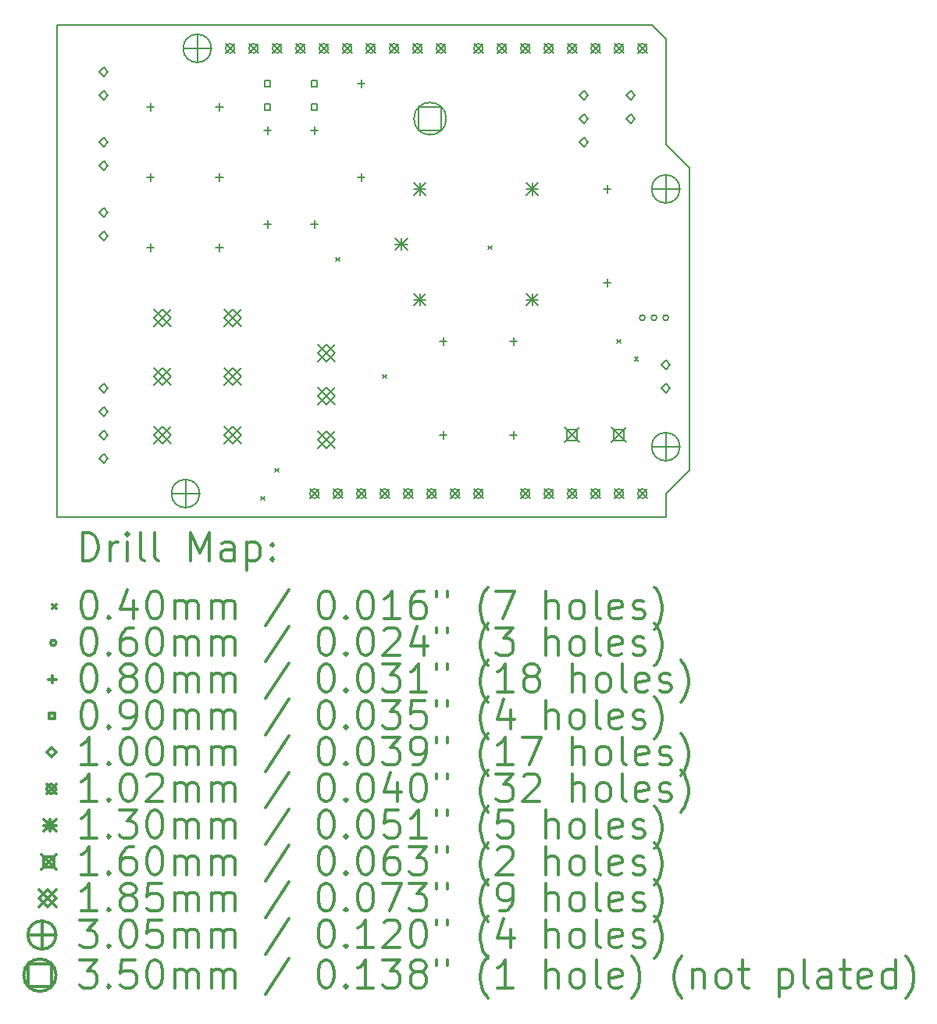
<source format=gbr>
%FSLAX45Y45*%
G04 Gerber Fmt 4.5, Leading zero omitted, Abs format (unit mm)*
G04 Created by KiCad (PCBNEW (5.0.2)-1) date 2/18/2019 8:30:24 PM*
%MOMM*%
%LPD*%
G01*
G04 APERTURE LIST*
%ADD10C,0.150000*%
%ADD11C,0.200000*%
%ADD12C,0.300000*%
G04 APERTURE END LIST*
D10*
X17703800Y-7454900D02*
X17551400Y-7302500D01*
X17703800Y-8597900D02*
X17703800Y-7454900D01*
X17957800Y-8851900D02*
X17703800Y-8597900D01*
X17957800Y-12128500D02*
X17957800Y-8851900D01*
X17703800Y-12382500D02*
X17957800Y-12128500D01*
X17703800Y-12636500D02*
X17703800Y-12382500D01*
X11099800Y-12636500D02*
X17703800Y-12636500D01*
X11099800Y-7302500D02*
X11099800Y-12636500D01*
X17551400Y-7302500D02*
X11099800Y-7302500D01*
D11*
X13315000Y-12413300D02*
X13355000Y-12453300D01*
X13355000Y-12413300D02*
X13315000Y-12453300D01*
X13467400Y-12108500D02*
X13507400Y-12148500D01*
X13507400Y-12108500D02*
X13467400Y-12148500D01*
X14127800Y-9822500D02*
X14167800Y-9862500D01*
X14167800Y-9822500D02*
X14127800Y-9862500D01*
X14635800Y-11092500D02*
X14675800Y-11132500D01*
X14675800Y-11092500D02*
X14635800Y-11132500D01*
X15778800Y-9695500D02*
X15818800Y-9735500D01*
X15818800Y-9695500D02*
X15778800Y-9735500D01*
X17175800Y-10711500D02*
X17215800Y-10751500D01*
X17215800Y-10711500D02*
X17175800Y-10751500D01*
X17366300Y-10902000D02*
X17406300Y-10942000D01*
X17406300Y-10902000D02*
X17366300Y-10942000D01*
X17479800Y-10477500D02*
G75*
G03X17479800Y-10477500I-30000J0D01*
G01*
X17606800Y-10477500D02*
G75*
G03X17606800Y-10477500I-30000J0D01*
G01*
X17733800Y-10477500D02*
G75*
G03X17733800Y-10477500I-30000J0D01*
G01*
X13385800Y-8405500D02*
X13385800Y-8485500D01*
X13345800Y-8445500D02*
X13425800Y-8445500D01*
X13385800Y-9421500D02*
X13385800Y-9501500D01*
X13345800Y-9461500D02*
X13425800Y-9461500D01*
X12115800Y-8151500D02*
X12115800Y-8231500D01*
X12075800Y-8191500D02*
X12155800Y-8191500D01*
X12865800Y-8151500D02*
X12865800Y-8231500D01*
X12825800Y-8191500D02*
X12905800Y-8191500D01*
X13893800Y-8405500D02*
X13893800Y-8485500D01*
X13853800Y-8445500D02*
X13933800Y-8445500D01*
X13893800Y-9421500D02*
X13893800Y-9501500D01*
X13853800Y-9461500D02*
X13933800Y-9461500D01*
X14401800Y-7897500D02*
X14401800Y-7977500D01*
X14361800Y-7937500D02*
X14441800Y-7937500D01*
X14401800Y-8913500D02*
X14401800Y-8993500D01*
X14361800Y-8953500D02*
X14441800Y-8953500D01*
X12115800Y-9675500D02*
X12115800Y-9755500D01*
X12075800Y-9715500D02*
X12155800Y-9715500D01*
X12865800Y-9675500D02*
X12865800Y-9755500D01*
X12825800Y-9715500D02*
X12905800Y-9715500D01*
X12115800Y-8913500D02*
X12115800Y-8993500D01*
X12075800Y-8953500D02*
X12155800Y-8953500D01*
X12865800Y-8913500D02*
X12865800Y-8993500D01*
X12825800Y-8953500D02*
X12905800Y-8953500D01*
X16052800Y-10691500D02*
X16052800Y-10771500D01*
X16012800Y-10731500D02*
X16092800Y-10731500D01*
X16052800Y-11707500D02*
X16052800Y-11787500D01*
X16012800Y-11747500D02*
X16092800Y-11747500D01*
X15290800Y-10691500D02*
X15290800Y-10771500D01*
X15250800Y-10731500D02*
X15330800Y-10731500D01*
X15290800Y-11707500D02*
X15290800Y-11787500D01*
X15250800Y-11747500D02*
X15330800Y-11747500D01*
X17068800Y-9040500D02*
X17068800Y-9120500D01*
X17028800Y-9080500D02*
X17108800Y-9080500D01*
X17068800Y-10056500D02*
X17068800Y-10136500D01*
X17028800Y-10096500D02*
X17108800Y-10096500D01*
X13417620Y-7969320D02*
X13417620Y-7905680D01*
X13353980Y-7905680D01*
X13353980Y-7969320D01*
X13417620Y-7969320D01*
X13417620Y-8223320D02*
X13417620Y-8159680D01*
X13353980Y-8159680D01*
X13353980Y-8223320D01*
X13417620Y-8223320D01*
X13925620Y-7969320D02*
X13925620Y-7905680D01*
X13861980Y-7905680D01*
X13861980Y-7969320D01*
X13925620Y-7969320D01*
X13925620Y-8223320D02*
X13925620Y-8159680D01*
X13861980Y-8159680D01*
X13861980Y-8223320D01*
X13925620Y-8223320D01*
X17703800Y-11035500D02*
X17753800Y-10985500D01*
X17703800Y-10935500D01*
X17653800Y-10985500D01*
X17703800Y-11035500D01*
X17703800Y-11289500D02*
X17753800Y-11239500D01*
X17703800Y-11189500D01*
X17653800Y-11239500D01*
X17703800Y-11289500D01*
X17322800Y-8114500D02*
X17372800Y-8064500D01*
X17322800Y-8014500D01*
X17272800Y-8064500D01*
X17322800Y-8114500D01*
X17322800Y-8368500D02*
X17372800Y-8318500D01*
X17322800Y-8268500D01*
X17272800Y-8318500D01*
X17322800Y-8368500D01*
X11607800Y-7860500D02*
X11657800Y-7810500D01*
X11607800Y-7760500D01*
X11557800Y-7810500D01*
X11607800Y-7860500D01*
X11607800Y-8114500D02*
X11657800Y-8064500D01*
X11607800Y-8014500D01*
X11557800Y-8064500D01*
X11607800Y-8114500D01*
X11607800Y-11289500D02*
X11657800Y-11239500D01*
X11607800Y-11189500D01*
X11557800Y-11239500D01*
X11607800Y-11289500D01*
X11607800Y-11543500D02*
X11657800Y-11493500D01*
X11607800Y-11443500D01*
X11557800Y-11493500D01*
X11607800Y-11543500D01*
X11607800Y-11797500D02*
X11657800Y-11747500D01*
X11607800Y-11697500D01*
X11557800Y-11747500D01*
X11607800Y-11797500D01*
X11607800Y-12051500D02*
X11657800Y-12001500D01*
X11607800Y-11951500D01*
X11557800Y-12001500D01*
X11607800Y-12051500D01*
X11607800Y-8622500D02*
X11657800Y-8572500D01*
X11607800Y-8522500D01*
X11557800Y-8572500D01*
X11607800Y-8622500D01*
X11607800Y-8876500D02*
X11657800Y-8826500D01*
X11607800Y-8776500D01*
X11557800Y-8826500D01*
X11607800Y-8876500D01*
X11607800Y-9384500D02*
X11657800Y-9334500D01*
X11607800Y-9284500D01*
X11557800Y-9334500D01*
X11607800Y-9384500D01*
X11607800Y-9638500D02*
X11657800Y-9588500D01*
X11607800Y-9538500D01*
X11557800Y-9588500D01*
X11607800Y-9638500D01*
X16814800Y-8114500D02*
X16864800Y-8064500D01*
X16814800Y-8014500D01*
X16764800Y-8064500D01*
X16814800Y-8114500D01*
X16814800Y-8368500D02*
X16864800Y-8318500D01*
X16814800Y-8268500D01*
X16764800Y-8318500D01*
X16814800Y-8368500D01*
X16814800Y-8622500D02*
X16864800Y-8572500D01*
X16814800Y-8522500D01*
X16764800Y-8572500D01*
X16814800Y-8622500D01*
X12928600Y-7505700D02*
X13030200Y-7607300D01*
X13030200Y-7505700D02*
X12928600Y-7607300D01*
X13030200Y-7556500D02*
G75*
G03X13030200Y-7556500I-50800J0D01*
G01*
X13182600Y-7505700D02*
X13284200Y-7607300D01*
X13284200Y-7505700D02*
X13182600Y-7607300D01*
X13284200Y-7556500D02*
G75*
G03X13284200Y-7556500I-50800J0D01*
G01*
X13436600Y-7505700D02*
X13538200Y-7607300D01*
X13538200Y-7505700D02*
X13436600Y-7607300D01*
X13538200Y-7556500D02*
G75*
G03X13538200Y-7556500I-50800J0D01*
G01*
X13690600Y-7505700D02*
X13792200Y-7607300D01*
X13792200Y-7505700D02*
X13690600Y-7607300D01*
X13792200Y-7556500D02*
G75*
G03X13792200Y-7556500I-50800J0D01*
G01*
X13944600Y-7505700D02*
X14046200Y-7607300D01*
X14046200Y-7505700D02*
X13944600Y-7607300D01*
X14046200Y-7556500D02*
G75*
G03X14046200Y-7556500I-50800J0D01*
G01*
X14198600Y-7505700D02*
X14300200Y-7607300D01*
X14300200Y-7505700D02*
X14198600Y-7607300D01*
X14300200Y-7556500D02*
G75*
G03X14300200Y-7556500I-50800J0D01*
G01*
X14452600Y-7505700D02*
X14554200Y-7607300D01*
X14554200Y-7505700D02*
X14452600Y-7607300D01*
X14554200Y-7556500D02*
G75*
G03X14554200Y-7556500I-50800J0D01*
G01*
X14706600Y-7505700D02*
X14808200Y-7607300D01*
X14808200Y-7505700D02*
X14706600Y-7607300D01*
X14808200Y-7556500D02*
G75*
G03X14808200Y-7556500I-50800J0D01*
G01*
X14960600Y-7505700D02*
X15062200Y-7607300D01*
X15062200Y-7505700D02*
X14960600Y-7607300D01*
X15062200Y-7556500D02*
G75*
G03X15062200Y-7556500I-50800J0D01*
G01*
X15214600Y-7505700D02*
X15316200Y-7607300D01*
X15316200Y-7505700D02*
X15214600Y-7607300D01*
X15316200Y-7556500D02*
G75*
G03X15316200Y-7556500I-50800J0D01*
G01*
X13843000Y-12331700D02*
X13944600Y-12433300D01*
X13944600Y-12331700D02*
X13843000Y-12433300D01*
X13944600Y-12382500D02*
G75*
G03X13944600Y-12382500I-50800J0D01*
G01*
X14097000Y-12331700D02*
X14198600Y-12433300D01*
X14198600Y-12331700D02*
X14097000Y-12433300D01*
X14198600Y-12382500D02*
G75*
G03X14198600Y-12382500I-50800J0D01*
G01*
X14351000Y-12331700D02*
X14452600Y-12433300D01*
X14452600Y-12331700D02*
X14351000Y-12433300D01*
X14452600Y-12382500D02*
G75*
G03X14452600Y-12382500I-50800J0D01*
G01*
X14605000Y-12331700D02*
X14706600Y-12433300D01*
X14706600Y-12331700D02*
X14605000Y-12433300D01*
X14706600Y-12382500D02*
G75*
G03X14706600Y-12382500I-50800J0D01*
G01*
X14859000Y-12331700D02*
X14960600Y-12433300D01*
X14960600Y-12331700D02*
X14859000Y-12433300D01*
X14960600Y-12382500D02*
G75*
G03X14960600Y-12382500I-50800J0D01*
G01*
X15113000Y-12331700D02*
X15214600Y-12433300D01*
X15214600Y-12331700D02*
X15113000Y-12433300D01*
X15214600Y-12382500D02*
G75*
G03X15214600Y-12382500I-50800J0D01*
G01*
X15367000Y-12331700D02*
X15468600Y-12433300D01*
X15468600Y-12331700D02*
X15367000Y-12433300D01*
X15468600Y-12382500D02*
G75*
G03X15468600Y-12382500I-50800J0D01*
G01*
X15621000Y-12331700D02*
X15722600Y-12433300D01*
X15722600Y-12331700D02*
X15621000Y-12433300D01*
X15722600Y-12382500D02*
G75*
G03X15722600Y-12382500I-50800J0D01*
G01*
X15621000Y-7505700D02*
X15722600Y-7607300D01*
X15722600Y-7505700D02*
X15621000Y-7607300D01*
X15722600Y-7556500D02*
G75*
G03X15722600Y-7556500I-50800J0D01*
G01*
X15875000Y-7505700D02*
X15976600Y-7607300D01*
X15976600Y-7505700D02*
X15875000Y-7607300D01*
X15976600Y-7556500D02*
G75*
G03X15976600Y-7556500I-50800J0D01*
G01*
X16129000Y-7505700D02*
X16230600Y-7607300D01*
X16230600Y-7505700D02*
X16129000Y-7607300D01*
X16230600Y-7556500D02*
G75*
G03X16230600Y-7556500I-50800J0D01*
G01*
X16383000Y-7505700D02*
X16484600Y-7607300D01*
X16484600Y-7505700D02*
X16383000Y-7607300D01*
X16484600Y-7556500D02*
G75*
G03X16484600Y-7556500I-50800J0D01*
G01*
X16637000Y-7505700D02*
X16738600Y-7607300D01*
X16738600Y-7505700D02*
X16637000Y-7607300D01*
X16738600Y-7556500D02*
G75*
G03X16738600Y-7556500I-50800J0D01*
G01*
X16891000Y-7505700D02*
X16992600Y-7607300D01*
X16992600Y-7505700D02*
X16891000Y-7607300D01*
X16992600Y-7556500D02*
G75*
G03X16992600Y-7556500I-50800J0D01*
G01*
X17145000Y-7505700D02*
X17246600Y-7607300D01*
X17246600Y-7505700D02*
X17145000Y-7607300D01*
X17246600Y-7556500D02*
G75*
G03X17246600Y-7556500I-50800J0D01*
G01*
X17399000Y-7505700D02*
X17500600Y-7607300D01*
X17500600Y-7505700D02*
X17399000Y-7607300D01*
X17500600Y-7556500D02*
G75*
G03X17500600Y-7556500I-50800J0D01*
G01*
X16129000Y-12331700D02*
X16230600Y-12433300D01*
X16230600Y-12331700D02*
X16129000Y-12433300D01*
X16230600Y-12382500D02*
G75*
G03X16230600Y-12382500I-50800J0D01*
G01*
X16383000Y-12331700D02*
X16484600Y-12433300D01*
X16484600Y-12331700D02*
X16383000Y-12433300D01*
X16484600Y-12382500D02*
G75*
G03X16484600Y-12382500I-50800J0D01*
G01*
X16637000Y-12331700D02*
X16738600Y-12433300D01*
X16738600Y-12331700D02*
X16637000Y-12433300D01*
X16738600Y-12382500D02*
G75*
G03X16738600Y-12382500I-50800J0D01*
G01*
X16891000Y-12331700D02*
X16992600Y-12433300D01*
X16992600Y-12331700D02*
X16891000Y-12433300D01*
X16992600Y-12382500D02*
G75*
G03X16992600Y-12382500I-50800J0D01*
G01*
X17145000Y-12331700D02*
X17246600Y-12433300D01*
X17246600Y-12331700D02*
X17145000Y-12433300D01*
X17246600Y-12382500D02*
G75*
G03X17246600Y-12382500I-50800J0D01*
G01*
X17399000Y-12331700D02*
X17500600Y-12433300D01*
X17500600Y-12331700D02*
X17399000Y-12433300D01*
X17500600Y-12382500D02*
G75*
G03X17500600Y-12382500I-50800J0D01*
G01*
X14771800Y-9615500D02*
X14901800Y-9745500D01*
X14901800Y-9615500D02*
X14771800Y-9745500D01*
X14836800Y-9615500D02*
X14836800Y-9745500D01*
X14771800Y-9680500D02*
X14901800Y-9680500D01*
X14971800Y-9015500D02*
X15101800Y-9145500D01*
X15101800Y-9015500D02*
X14971800Y-9145500D01*
X15036800Y-9015500D02*
X15036800Y-9145500D01*
X14971800Y-9080500D02*
X15101800Y-9080500D01*
X14971800Y-10215500D02*
X15101800Y-10345500D01*
X15101800Y-10215500D02*
X14971800Y-10345500D01*
X15036800Y-10215500D02*
X15036800Y-10345500D01*
X14971800Y-10280500D02*
X15101800Y-10280500D01*
X16191800Y-9015500D02*
X16321800Y-9145500D01*
X16321800Y-9015500D02*
X16191800Y-9145500D01*
X16256800Y-9015500D02*
X16256800Y-9145500D01*
X16191800Y-9080500D02*
X16321800Y-9080500D01*
X16191800Y-10215500D02*
X16321800Y-10345500D01*
X16321800Y-10215500D02*
X16191800Y-10345500D01*
X16256800Y-10215500D02*
X16256800Y-10345500D01*
X16191800Y-10280500D02*
X16321800Y-10280500D01*
X16607800Y-11667500D02*
X16767800Y-11827500D01*
X16767800Y-11667500D02*
X16607800Y-11827500D01*
X16744369Y-11804069D02*
X16744369Y-11690931D01*
X16631231Y-11690931D01*
X16631231Y-11804069D01*
X16744369Y-11804069D01*
X17115800Y-11667500D02*
X17275800Y-11827500D01*
X17275800Y-11667500D02*
X17115800Y-11827500D01*
X17252369Y-11804069D02*
X17252369Y-11690931D01*
X17139231Y-11690931D01*
X17139231Y-11804069D01*
X17252369Y-11804069D01*
X13928300Y-10766000D02*
X14113300Y-10951000D01*
X14113300Y-10766000D02*
X13928300Y-10951000D01*
X14020800Y-10951000D02*
X14113300Y-10858500D01*
X14020800Y-10766000D01*
X13928300Y-10858500D01*
X14020800Y-10951000D01*
X13928300Y-11236000D02*
X14113300Y-11421000D01*
X14113300Y-11236000D02*
X13928300Y-11421000D01*
X14020800Y-11421000D02*
X14113300Y-11328500D01*
X14020800Y-11236000D01*
X13928300Y-11328500D01*
X14020800Y-11421000D01*
X13928300Y-11706000D02*
X14113300Y-11891000D01*
X14113300Y-11706000D02*
X13928300Y-11891000D01*
X14020800Y-11891000D02*
X14113300Y-11798500D01*
X14020800Y-11706000D01*
X13928300Y-11798500D01*
X14020800Y-11891000D01*
X12150300Y-10385000D02*
X12335300Y-10570000D01*
X12335300Y-10385000D02*
X12150300Y-10570000D01*
X12242800Y-10570000D02*
X12335300Y-10477500D01*
X12242800Y-10385000D01*
X12150300Y-10477500D01*
X12242800Y-10570000D01*
X12150300Y-11020000D02*
X12335300Y-11205000D01*
X12335300Y-11020000D02*
X12150300Y-11205000D01*
X12242800Y-11205000D02*
X12335300Y-11112500D01*
X12242800Y-11020000D01*
X12150300Y-11112500D01*
X12242800Y-11205000D01*
X12150300Y-11655000D02*
X12335300Y-11840000D01*
X12335300Y-11655000D02*
X12150300Y-11840000D01*
X12242800Y-11840000D02*
X12335300Y-11747500D01*
X12242800Y-11655000D01*
X12150300Y-11747500D01*
X12242800Y-11840000D01*
X12912300Y-10385000D02*
X13097300Y-10570000D01*
X13097300Y-10385000D02*
X12912300Y-10570000D01*
X13004800Y-10570000D02*
X13097300Y-10477500D01*
X13004800Y-10385000D01*
X12912300Y-10477500D01*
X13004800Y-10570000D01*
X12912300Y-11020000D02*
X13097300Y-11205000D01*
X13097300Y-11020000D02*
X12912300Y-11205000D01*
X13004800Y-11205000D02*
X13097300Y-11112500D01*
X13004800Y-11020000D01*
X12912300Y-11112500D01*
X13004800Y-11205000D01*
X12912300Y-11655000D02*
X13097300Y-11840000D01*
X13097300Y-11655000D02*
X12912300Y-11840000D01*
X13004800Y-11840000D02*
X13097300Y-11747500D01*
X13004800Y-11655000D01*
X12912300Y-11747500D01*
X13004800Y-11840000D01*
X12623800Y-7404100D02*
X12623800Y-7708900D01*
X12471400Y-7556500D02*
X12776200Y-7556500D01*
X12776200Y-7556500D02*
G75*
G03X12776200Y-7556500I-152400J0D01*
G01*
X17703800Y-8928100D02*
X17703800Y-9232900D01*
X17551400Y-9080500D02*
X17856200Y-9080500D01*
X17856200Y-9080500D02*
G75*
G03X17856200Y-9080500I-152400J0D01*
G01*
X17703800Y-11722100D02*
X17703800Y-12026900D01*
X17551400Y-11874500D02*
X17856200Y-11874500D01*
X17856200Y-11874500D02*
G75*
G03X17856200Y-11874500I-152400J0D01*
G01*
X12496800Y-12230100D02*
X12496800Y-12534900D01*
X12344400Y-12382500D02*
X12649200Y-12382500D01*
X12649200Y-12382500D02*
G75*
G03X12649200Y-12382500I-152400J0D01*
G01*
X15272545Y-8442245D02*
X15272545Y-8194755D01*
X15025055Y-8194755D01*
X15025055Y-8442245D01*
X15272545Y-8442245D01*
X15323800Y-8318500D02*
G75*
G03X15323800Y-8318500I-175000J0D01*
G01*
D12*
X11378728Y-13109714D02*
X11378728Y-12809714D01*
X11450157Y-12809714D01*
X11493014Y-12824000D01*
X11521586Y-12852571D01*
X11535871Y-12881143D01*
X11550157Y-12938286D01*
X11550157Y-12981143D01*
X11535871Y-13038286D01*
X11521586Y-13066857D01*
X11493014Y-13095429D01*
X11450157Y-13109714D01*
X11378728Y-13109714D01*
X11678728Y-13109714D02*
X11678728Y-12909714D01*
X11678728Y-12966857D02*
X11693014Y-12938286D01*
X11707300Y-12924000D01*
X11735871Y-12909714D01*
X11764443Y-12909714D01*
X11864443Y-13109714D02*
X11864443Y-12909714D01*
X11864443Y-12809714D02*
X11850157Y-12824000D01*
X11864443Y-12838286D01*
X11878728Y-12824000D01*
X11864443Y-12809714D01*
X11864443Y-12838286D01*
X12050157Y-13109714D02*
X12021586Y-13095429D01*
X12007300Y-13066857D01*
X12007300Y-12809714D01*
X12207300Y-13109714D02*
X12178728Y-13095429D01*
X12164443Y-13066857D01*
X12164443Y-12809714D01*
X12550157Y-13109714D02*
X12550157Y-12809714D01*
X12650157Y-13024000D01*
X12750157Y-12809714D01*
X12750157Y-13109714D01*
X13021586Y-13109714D02*
X13021586Y-12952571D01*
X13007300Y-12924000D01*
X12978728Y-12909714D01*
X12921586Y-12909714D01*
X12893014Y-12924000D01*
X13021586Y-13095429D02*
X12993014Y-13109714D01*
X12921586Y-13109714D01*
X12893014Y-13095429D01*
X12878728Y-13066857D01*
X12878728Y-13038286D01*
X12893014Y-13009714D01*
X12921586Y-12995429D01*
X12993014Y-12995429D01*
X13021586Y-12981143D01*
X13164443Y-12909714D02*
X13164443Y-13209714D01*
X13164443Y-12924000D02*
X13193014Y-12909714D01*
X13250157Y-12909714D01*
X13278728Y-12924000D01*
X13293014Y-12938286D01*
X13307300Y-12966857D01*
X13307300Y-13052571D01*
X13293014Y-13081143D01*
X13278728Y-13095429D01*
X13250157Y-13109714D01*
X13193014Y-13109714D01*
X13164443Y-13095429D01*
X13435871Y-13081143D02*
X13450157Y-13095429D01*
X13435871Y-13109714D01*
X13421586Y-13095429D01*
X13435871Y-13081143D01*
X13435871Y-13109714D01*
X13435871Y-12924000D02*
X13450157Y-12938286D01*
X13435871Y-12952571D01*
X13421586Y-12938286D01*
X13435871Y-12924000D01*
X13435871Y-12952571D01*
X11052300Y-13584000D02*
X11092300Y-13624000D01*
X11092300Y-13584000D02*
X11052300Y-13624000D01*
X11435871Y-13439714D02*
X11464443Y-13439714D01*
X11493014Y-13454000D01*
X11507300Y-13468286D01*
X11521586Y-13496857D01*
X11535871Y-13554000D01*
X11535871Y-13625429D01*
X11521586Y-13682571D01*
X11507300Y-13711143D01*
X11493014Y-13725429D01*
X11464443Y-13739714D01*
X11435871Y-13739714D01*
X11407300Y-13725429D01*
X11393014Y-13711143D01*
X11378728Y-13682571D01*
X11364443Y-13625429D01*
X11364443Y-13554000D01*
X11378728Y-13496857D01*
X11393014Y-13468286D01*
X11407300Y-13454000D01*
X11435871Y-13439714D01*
X11664443Y-13711143D02*
X11678728Y-13725429D01*
X11664443Y-13739714D01*
X11650157Y-13725429D01*
X11664443Y-13711143D01*
X11664443Y-13739714D01*
X11935871Y-13539714D02*
X11935871Y-13739714D01*
X11864443Y-13425429D02*
X11793014Y-13639714D01*
X11978728Y-13639714D01*
X12150157Y-13439714D02*
X12178728Y-13439714D01*
X12207300Y-13454000D01*
X12221586Y-13468286D01*
X12235871Y-13496857D01*
X12250157Y-13554000D01*
X12250157Y-13625429D01*
X12235871Y-13682571D01*
X12221586Y-13711143D01*
X12207300Y-13725429D01*
X12178728Y-13739714D01*
X12150157Y-13739714D01*
X12121586Y-13725429D01*
X12107300Y-13711143D01*
X12093014Y-13682571D01*
X12078728Y-13625429D01*
X12078728Y-13554000D01*
X12093014Y-13496857D01*
X12107300Y-13468286D01*
X12121586Y-13454000D01*
X12150157Y-13439714D01*
X12378728Y-13739714D02*
X12378728Y-13539714D01*
X12378728Y-13568286D02*
X12393014Y-13554000D01*
X12421586Y-13539714D01*
X12464443Y-13539714D01*
X12493014Y-13554000D01*
X12507300Y-13582571D01*
X12507300Y-13739714D01*
X12507300Y-13582571D02*
X12521586Y-13554000D01*
X12550157Y-13539714D01*
X12593014Y-13539714D01*
X12621586Y-13554000D01*
X12635871Y-13582571D01*
X12635871Y-13739714D01*
X12778728Y-13739714D02*
X12778728Y-13539714D01*
X12778728Y-13568286D02*
X12793014Y-13554000D01*
X12821586Y-13539714D01*
X12864443Y-13539714D01*
X12893014Y-13554000D01*
X12907300Y-13582571D01*
X12907300Y-13739714D01*
X12907300Y-13582571D02*
X12921586Y-13554000D01*
X12950157Y-13539714D01*
X12993014Y-13539714D01*
X13021586Y-13554000D01*
X13035871Y-13582571D01*
X13035871Y-13739714D01*
X13621586Y-13425429D02*
X13364443Y-13811143D01*
X14007300Y-13439714D02*
X14035871Y-13439714D01*
X14064443Y-13454000D01*
X14078728Y-13468286D01*
X14093014Y-13496857D01*
X14107300Y-13554000D01*
X14107300Y-13625429D01*
X14093014Y-13682571D01*
X14078728Y-13711143D01*
X14064443Y-13725429D01*
X14035871Y-13739714D01*
X14007300Y-13739714D01*
X13978728Y-13725429D01*
X13964443Y-13711143D01*
X13950157Y-13682571D01*
X13935871Y-13625429D01*
X13935871Y-13554000D01*
X13950157Y-13496857D01*
X13964443Y-13468286D01*
X13978728Y-13454000D01*
X14007300Y-13439714D01*
X14235871Y-13711143D02*
X14250157Y-13725429D01*
X14235871Y-13739714D01*
X14221586Y-13725429D01*
X14235871Y-13711143D01*
X14235871Y-13739714D01*
X14435871Y-13439714D02*
X14464443Y-13439714D01*
X14493014Y-13454000D01*
X14507300Y-13468286D01*
X14521586Y-13496857D01*
X14535871Y-13554000D01*
X14535871Y-13625429D01*
X14521586Y-13682571D01*
X14507300Y-13711143D01*
X14493014Y-13725429D01*
X14464443Y-13739714D01*
X14435871Y-13739714D01*
X14407300Y-13725429D01*
X14393014Y-13711143D01*
X14378728Y-13682571D01*
X14364443Y-13625429D01*
X14364443Y-13554000D01*
X14378728Y-13496857D01*
X14393014Y-13468286D01*
X14407300Y-13454000D01*
X14435871Y-13439714D01*
X14821586Y-13739714D02*
X14650157Y-13739714D01*
X14735871Y-13739714D02*
X14735871Y-13439714D01*
X14707300Y-13482571D01*
X14678728Y-13511143D01*
X14650157Y-13525429D01*
X15078728Y-13439714D02*
X15021586Y-13439714D01*
X14993014Y-13454000D01*
X14978728Y-13468286D01*
X14950157Y-13511143D01*
X14935871Y-13568286D01*
X14935871Y-13682571D01*
X14950157Y-13711143D01*
X14964443Y-13725429D01*
X14993014Y-13739714D01*
X15050157Y-13739714D01*
X15078728Y-13725429D01*
X15093014Y-13711143D01*
X15107300Y-13682571D01*
X15107300Y-13611143D01*
X15093014Y-13582571D01*
X15078728Y-13568286D01*
X15050157Y-13554000D01*
X14993014Y-13554000D01*
X14964443Y-13568286D01*
X14950157Y-13582571D01*
X14935871Y-13611143D01*
X15221586Y-13439714D02*
X15221586Y-13496857D01*
X15335871Y-13439714D02*
X15335871Y-13496857D01*
X15778728Y-13854000D02*
X15764443Y-13839714D01*
X15735871Y-13796857D01*
X15721586Y-13768286D01*
X15707300Y-13725429D01*
X15693014Y-13654000D01*
X15693014Y-13596857D01*
X15707300Y-13525429D01*
X15721586Y-13482571D01*
X15735871Y-13454000D01*
X15764443Y-13411143D01*
X15778728Y-13396857D01*
X15864443Y-13439714D02*
X16064443Y-13439714D01*
X15935871Y-13739714D01*
X16407300Y-13739714D02*
X16407300Y-13439714D01*
X16535871Y-13739714D02*
X16535871Y-13582571D01*
X16521586Y-13554000D01*
X16493014Y-13539714D01*
X16450157Y-13539714D01*
X16421586Y-13554000D01*
X16407300Y-13568286D01*
X16721586Y-13739714D02*
X16693014Y-13725429D01*
X16678728Y-13711143D01*
X16664443Y-13682571D01*
X16664443Y-13596857D01*
X16678728Y-13568286D01*
X16693014Y-13554000D01*
X16721586Y-13539714D01*
X16764443Y-13539714D01*
X16793014Y-13554000D01*
X16807300Y-13568286D01*
X16821586Y-13596857D01*
X16821586Y-13682571D01*
X16807300Y-13711143D01*
X16793014Y-13725429D01*
X16764443Y-13739714D01*
X16721586Y-13739714D01*
X16993014Y-13739714D02*
X16964443Y-13725429D01*
X16950157Y-13696857D01*
X16950157Y-13439714D01*
X17221586Y-13725429D02*
X17193014Y-13739714D01*
X17135871Y-13739714D01*
X17107300Y-13725429D01*
X17093014Y-13696857D01*
X17093014Y-13582571D01*
X17107300Y-13554000D01*
X17135871Y-13539714D01*
X17193014Y-13539714D01*
X17221586Y-13554000D01*
X17235871Y-13582571D01*
X17235871Y-13611143D01*
X17093014Y-13639714D01*
X17350157Y-13725429D02*
X17378728Y-13739714D01*
X17435871Y-13739714D01*
X17464443Y-13725429D01*
X17478728Y-13696857D01*
X17478728Y-13682571D01*
X17464443Y-13654000D01*
X17435871Y-13639714D01*
X17393014Y-13639714D01*
X17364443Y-13625429D01*
X17350157Y-13596857D01*
X17350157Y-13582571D01*
X17364443Y-13554000D01*
X17393014Y-13539714D01*
X17435871Y-13539714D01*
X17464443Y-13554000D01*
X17578728Y-13854000D02*
X17593014Y-13839714D01*
X17621586Y-13796857D01*
X17635871Y-13768286D01*
X17650157Y-13725429D01*
X17664443Y-13654000D01*
X17664443Y-13596857D01*
X17650157Y-13525429D01*
X17635871Y-13482571D01*
X17621586Y-13454000D01*
X17593014Y-13411143D01*
X17578728Y-13396857D01*
X11092300Y-14000000D02*
G75*
G03X11092300Y-14000000I-30000J0D01*
G01*
X11435871Y-13835714D02*
X11464443Y-13835714D01*
X11493014Y-13850000D01*
X11507300Y-13864286D01*
X11521586Y-13892857D01*
X11535871Y-13950000D01*
X11535871Y-14021429D01*
X11521586Y-14078571D01*
X11507300Y-14107143D01*
X11493014Y-14121429D01*
X11464443Y-14135714D01*
X11435871Y-14135714D01*
X11407300Y-14121429D01*
X11393014Y-14107143D01*
X11378728Y-14078571D01*
X11364443Y-14021429D01*
X11364443Y-13950000D01*
X11378728Y-13892857D01*
X11393014Y-13864286D01*
X11407300Y-13850000D01*
X11435871Y-13835714D01*
X11664443Y-14107143D02*
X11678728Y-14121429D01*
X11664443Y-14135714D01*
X11650157Y-14121429D01*
X11664443Y-14107143D01*
X11664443Y-14135714D01*
X11935871Y-13835714D02*
X11878728Y-13835714D01*
X11850157Y-13850000D01*
X11835871Y-13864286D01*
X11807300Y-13907143D01*
X11793014Y-13964286D01*
X11793014Y-14078571D01*
X11807300Y-14107143D01*
X11821586Y-14121429D01*
X11850157Y-14135714D01*
X11907300Y-14135714D01*
X11935871Y-14121429D01*
X11950157Y-14107143D01*
X11964443Y-14078571D01*
X11964443Y-14007143D01*
X11950157Y-13978571D01*
X11935871Y-13964286D01*
X11907300Y-13950000D01*
X11850157Y-13950000D01*
X11821586Y-13964286D01*
X11807300Y-13978571D01*
X11793014Y-14007143D01*
X12150157Y-13835714D02*
X12178728Y-13835714D01*
X12207300Y-13850000D01*
X12221586Y-13864286D01*
X12235871Y-13892857D01*
X12250157Y-13950000D01*
X12250157Y-14021429D01*
X12235871Y-14078571D01*
X12221586Y-14107143D01*
X12207300Y-14121429D01*
X12178728Y-14135714D01*
X12150157Y-14135714D01*
X12121586Y-14121429D01*
X12107300Y-14107143D01*
X12093014Y-14078571D01*
X12078728Y-14021429D01*
X12078728Y-13950000D01*
X12093014Y-13892857D01*
X12107300Y-13864286D01*
X12121586Y-13850000D01*
X12150157Y-13835714D01*
X12378728Y-14135714D02*
X12378728Y-13935714D01*
X12378728Y-13964286D02*
X12393014Y-13950000D01*
X12421586Y-13935714D01*
X12464443Y-13935714D01*
X12493014Y-13950000D01*
X12507300Y-13978571D01*
X12507300Y-14135714D01*
X12507300Y-13978571D02*
X12521586Y-13950000D01*
X12550157Y-13935714D01*
X12593014Y-13935714D01*
X12621586Y-13950000D01*
X12635871Y-13978571D01*
X12635871Y-14135714D01*
X12778728Y-14135714D02*
X12778728Y-13935714D01*
X12778728Y-13964286D02*
X12793014Y-13950000D01*
X12821586Y-13935714D01*
X12864443Y-13935714D01*
X12893014Y-13950000D01*
X12907300Y-13978571D01*
X12907300Y-14135714D01*
X12907300Y-13978571D02*
X12921586Y-13950000D01*
X12950157Y-13935714D01*
X12993014Y-13935714D01*
X13021586Y-13950000D01*
X13035871Y-13978571D01*
X13035871Y-14135714D01*
X13621586Y-13821429D02*
X13364443Y-14207143D01*
X14007300Y-13835714D02*
X14035871Y-13835714D01*
X14064443Y-13850000D01*
X14078728Y-13864286D01*
X14093014Y-13892857D01*
X14107300Y-13950000D01*
X14107300Y-14021429D01*
X14093014Y-14078571D01*
X14078728Y-14107143D01*
X14064443Y-14121429D01*
X14035871Y-14135714D01*
X14007300Y-14135714D01*
X13978728Y-14121429D01*
X13964443Y-14107143D01*
X13950157Y-14078571D01*
X13935871Y-14021429D01*
X13935871Y-13950000D01*
X13950157Y-13892857D01*
X13964443Y-13864286D01*
X13978728Y-13850000D01*
X14007300Y-13835714D01*
X14235871Y-14107143D02*
X14250157Y-14121429D01*
X14235871Y-14135714D01*
X14221586Y-14121429D01*
X14235871Y-14107143D01*
X14235871Y-14135714D01*
X14435871Y-13835714D02*
X14464443Y-13835714D01*
X14493014Y-13850000D01*
X14507300Y-13864286D01*
X14521586Y-13892857D01*
X14535871Y-13950000D01*
X14535871Y-14021429D01*
X14521586Y-14078571D01*
X14507300Y-14107143D01*
X14493014Y-14121429D01*
X14464443Y-14135714D01*
X14435871Y-14135714D01*
X14407300Y-14121429D01*
X14393014Y-14107143D01*
X14378728Y-14078571D01*
X14364443Y-14021429D01*
X14364443Y-13950000D01*
X14378728Y-13892857D01*
X14393014Y-13864286D01*
X14407300Y-13850000D01*
X14435871Y-13835714D01*
X14650157Y-13864286D02*
X14664443Y-13850000D01*
X14693014Y-13835714D01*
X14764443Y-13835714D01*
X14793014Y-13850000D01*
X14807300Y-13864286D01*
X14821586Y-13892857D01*
X14821586Y-13921429D01*
X14807300Y-13964286D01*
X14635871Y-14135714D01*
X14821586Y-14135714D01*
X15078728Y-13935714D02*
X15078728Y-14135714D01*
X15007300Y-13821429D02*
X14935871Y-14035714D01*
X15121586Y-14035714D01*
X15221586Y-13835714D02*
X15221586Y-13892857D01*
X15335871Y-13835714D02*
X15335871Y-13892857D01*
X15778728Y-14250000D02*
X15764443Y-14235714D01*
X15735871Y-14192857D01*
X15721586Y-14164286D01*
X15707300Y-14121429D01*
X15693014Y-14050000D01*
X15693014Y-13992857D01*
X15707300Y-13921429D01*
X15721586Y-13878571D01*
X15735871Y-13850000D01*
X15764443Y-13807143D01*
X15778728Y-13792857D01*
X15864443Y-13835714D02*
X16050157Y-13835714D01*
X15950157Y-13950000D01*
X15993014Y-13950000D01*
X16021586Y-13964286D01*
X16035871Y-13978571D01*
X16050157Y-14007143D01*
X16050157Y-14078571D01*
X16035871Y-14107143D01*
X16021586Y-14121429D01*
X15993014Y-14135714D01*
X15907300Y-14135714D01*
X15878728Y-14121429D01*
X15864443Y-14107143D01*
X16407300Y-14135714D02*
X16407300Y-13835714D01*
X16535871Y-14135714D02*
X16535871Y-13978571D01*
X16521586Y-13950000D01*
X16493014Y-13935714D01*
X16450157Y-13935714D01*
X16421586Y-13950000D01*
X16407300Y-13964286D01*
X16721586Y-14135714D02*
X16693014Y-14121429D01*
X16678728Y-14107143D01*
X16664443Y-14078571D01*
X16664443Y-13992857D01*
X16678728Y-13964286D01*
X16693014Y-13950000D01*
X16721586Y-13935714D01*
X16764443Y-13935714D01*
X16793014Y-13950000D01*
X16807300Y-13964286D01*
X16821586Y-13992857D01*
X16821586Y-14078571D01*
X16807300Y-14107143D01*
X16793014Y-14121429D01*
X16764443Y-14135714D01*
X16721586Y-14135714D01*
X16993014Y-14135714D02*
X16964443Y-14121429D01*
X16950157Y-14092857D01*
X16950157Y-13835714D01*
X17221586Y-14121429D02*
X17193014Y-14135714D01*
X17135871Y-14135714D01*
X17107300Y-14121429D01*
X17093014Y-14092857D01*
X17093014Y-13978571D01*
X17107300Y-13950000D01*
X17135871Y-13935714D01*
X17193014Y-13935714D01*
X17221586Y-13950000D01*
X17235871Y-13978571D01*
X17235871Y-14007143D01*
X17093014Y-14035714D01*
X17350157Y-14121429D02*
X17378728Y-14135714D01*
X17435871Y-14135714D01*
X17464443Y-14121429D01*
X17478728Y-14092857D01*
X17478728Y-14078571D01*
X17464443Y-14050000D01*
X17435871Y-14035714D01*
X17393014Y-14035714D01*
X17364443Y-14021429D01*
X17350157Y-13992857D01*
X17350157Y-13978571D01*
X17364443Y-13950000D01*
X17393014Y-13935714D01*
X17435871Y-13935714D01*
X17464443Y-13950000D01*
X17578728Y-14250000D02*
X17593014Y-14235714D01*
X17621586Y-14192857D01*
X17635871Y-14164286D01*
X17650157Y-14121429D01*
X17664443Y-14050000D01*
X17664443Y-13992857D01*
X17650157Y-13921429D01*
X17635871Y-13878571D01*
X17621586Y-13850000D01*
X17593014Y-13807143D01*
X17578728Y-13792857D01*
X11052300Y-14356000D02*
X11052300Y-14436000D01*
X11012300Y-14396000D02*
X11092300Y-14396000D01*
X11435871Y-14231714D02*
X11464443Y-14231714D01*
X11493014Y-14246000D01*
X11507300Y-14260286D01*
X11521586Y-14288857D01*
X11535871Y-14346000D01*
X11535871Y-14417429D01*
X11521586Y-14474571D01*
X11507300Y-14503143D01*
X11493014Y-14517429D01*
X11464443Y-14531714D01*
X11435871Y-14531714D01*
X11407300Y-14517429D01*
X11393014Y-14503143D01*
X11378728Y-14474571D01*
X11364443Y-14417429D01*
X11364443Y-14346000D01*
X11378728Y-14288857D01*
X11393014Y-14260286D01*
X11407300Y-14246000D01*
X11435871Y-14231714D01*
X11664443Y-14503143D02*
X11678728Y-14517429D01*
X11664443Y-14531714D01*
X11650157Y-14517429D01*
X11664443Y-14503143D01*
X11664443Y-14531714D01*
X11850157Y-14360286D02*
X11821586Y-14346000D01*
X11807300Y-14331714D01*
X11793014Y-14303143D01*
X11793014Y-14288857D01*
X11807300Y-14260286D01*
X11821586Y-14246000D01*
X11850157Y-14231714D01*
X11907300Y-14231714D01*
X11935871Y-14246000D01*
X11950157Y-14260286D01*
X11964443Y-14288857D01*
X11964443Y-14303143D01*
X11950157Y-14331714D01*
X11935871Y-14346000D01*
X11907300Y-14360286D01*
X11850157Y-14360286D01*
X11821586Y-14374571D01*
X11807300Y-14388857D01*
X11793014Y-14417429D01*
X11793014Y-14474571D01*
X11807300Y-14503143D01*
X11821586Y-14517429D01*
X11850157Y-14531714D01*
X11907300Y-14531714D01*
X11935871Y-14517429D01*
X11950157Y-14503143D01*
X11964443Y-14474571D01*
X11964443Y-14417429D01*
X11950157Y-14388857D01*
X11935871Y-14374571D01*
X11907300Y-14360286D01*
X12150157Y-14231714D02*
X12178728Y-14231714D01*
X12207300Y-14246000D01*
X12221586Y-14260286D01*
X12235871Y-14288857D01*
X12250157Y-14346000D01*
X12250157Y-14417429D01*
X12235871Y-14474571D01*
X12221586Y-14503143D01*
X12207300Y-14517429D01*
X12178728Y-14531714D01*
X12150157Y-14531714D01*
X12121586Y-14517429D01*
X12107300Y-14503143D01*
X12093014Y-14474571D01*
X12078728Y-14417429D01*
X12078728Y-14346000D01*
X12093014Y-14288857D01*
X12107300Y-14260286D01*
X12121586Y-14246000D01*
X12150157Y-14231714D01*
X12378728Y-14531714D02*
X12378728Y-14331714D01*
X12378728Y-14360286D02*
X12393014Y-14346000D01*
X12421586Y-14331714D01*
X12464443Y-14331714D01*
X12493014Y-14346000D01*
X12507300Y-14374571D01*
X12507300Y-14531714D01*
X12507300Y-14374571D02*
X12521586Y-14346000D01*
X12550157Y-14331714D01*
X12593014Y-14331714D01*
X12621586Y-14346000D01*
X12635871Y-14374571D01*
X12635871Y-14531714D01*
X12778728Y-14531714D02*
X12778728Y-14331714D01*
X12778728Y-14360286D02*
X12793014Y-14346000D01*
X12821586Y-14331714D01*
X12864443Y-14331714D01*
X12893014Y-14346000D01*
X12907300Y-14374571D01*
X12907300Y-14531714D01*
X12907300Y-14374571D02*
X12921586Y-14346000D01*
X12950157Y-14331714D01*
X12993014Y-14331714D01*
X13021586Y-14346000D01*
X13035871Y-14374571D01*
X13035871Y-14531714D01*
X13621586Y-14217429D02*
X13364443Y-14603143D01*
X14007300Y-14231714D02*
X14035871Y-14231714D01*
X14064443Y-14246000D01*
X14078728Y-14260286D01*
X14093014Y-14288857D01*
X14107300Y-14346000D01*
X14107300Y-14417429D01*
X14093014Y-14474571D01*
X14078728Y-14503143D01*
X14064443Y-14517429D01*
X14035871Y-14531714D01*
X14007300Y-14531714D01*
X13978728Y-14517429D01*
X13964443Y-14503143D01*
X13950157Y-14474571D01*
X13935871Y-14417429D01*
X13935871Y-14346000D01*
X13950157Y-14288857D01*
X13964443Y-14260286D01*
X13978728Y-14246000D01*
X14007300Y-14231714D01*
X14235871Y-14503143D02*
X14250157Y-14517429D01*
X14235871Y-14531714D01*
X14221586Y-14517429D01*
X14235871Y-14503143D01*
X14235871Y-14531714D01*
X14435871Y-14231714D02*
X14464443Y-14231714D01*
X14493014Y-14246000D01*
X14507300Y-14260286D01*
X14521586Y-14288857D01*
X14535871Y-14346000D01*
X14535871Y-14417429D01*
X14521586Y-14474571D01*
X14507300Y-14503143D01*
X14493014Y-14517429D01*
X14464443Y-14531714D01*
X14435871Y-14531714D01*
X14407300Y-14517429D01*
X14393014Y-14503143D01*
X14378728Y-14474571D01*
X14364443Y-14417429D01*
X14364443Y-14346000D01*
X14378728Y-14288857D01*
X14393014Y-14260286D01*
X14407300Y-14246000D01*
X14435871Y-14231714D01*
X14635871Y-14231714D02*
X14821586Y-14231714D01*
X14721586Y-14346000D01*
X14764443Y-14346000D01*
X14793014Y-14360286D01*
X14807300Y-14374571D01*
X14821586Y-14403143D01*
X14821586Y-14474571D01*
X14807300Y-14503143D01*
X14793014Y-14517429D01*
X14764443Y-14531714D01*
X14678728Y-14531714D01*
X14650157Y-14517429D01*
X14635871Y-14503143D01*
X15107300Y-14531714D02*
X14935871Y-14531714D01*
X15021586Y-14531714D02*
X15021586Y-14231714D01*
X14993014Y-14274571D01*
X14964443Y-14303143D01*
X14935871Y-14317429D01*
X15221586Y-14231714D02*
X15221586Y-14288857D01*
X15335871Y-14231714D02*
X15335871Y-14288857D01*
X15778728Y-14646000D02*
X15764443Y-14631714D01*
X15735871Y-14588857D01*
X15721586Y-14560286D01*
X15707300Y-14517429D01*
X15693014Y-14446000D01*
X15693014Y-14388857D01*
X15707300Y-14317429D01*
X15721586Y-14274571D01*
X15735871Y-14246000D01*
X15764443Y-14203143D01*
X15778728Y-14188857D01*
X16050157Y-14531714D02*
X15878728Y-14531714D01*
X15964443Y-14531714D02*
X15964443Y-14231714D01*
X15935871Y-14274571D01*
X15907300Y-14303143D01*
X15878728Y-14317429D01*
X16221586Y-14360286D02*
X16193014Y-14346000D01*
X16178728Y-14331714D01*
X16164443Y-14303143D01*
X16164443Y-14288857D01*
X16178728Y-14260286D01*
X16193014Y-14246000D01*
X16221586Y-14231714D01*
X16278728Y-14231714D01*
X16307300Y-14246000D01*
X16321586Y-14260286D01*
X16335871Y-14288857D01*
X16335871Y-14303143D01*
X16321586Y-14331714D01*
X16307300Y-14346000D01*
X16278728Y-14360286D01*
X16221586Y-14360286D01*
X16193014Y-14374571D01*
X16178728Y-14388857D01*
X16164443Y-14417429D01*
X16164443Y-14474571D01*
X16178728Y-14503143D01*
X16193014Y-14517429D01*
X16221586Y-14531714D01*
X16278728Y-14531714D01*
X16307300Y-14517429D01*
X16321586Y-14503143D01*
X16335871Y-14474571D01*
X16335871Y-14417429D01*
X16321586Y-14388857D01*
X16307300Y-14374571D01*
X16278728Y-14360286D01*
X16693014Y-14531714D02*
X16693014Y-14231714D01*
X16821586Y-14531714D02*
X16821586Y-14374571D01*
X16807300Y-14346000D01*
X16778728Y-14331714D01*
X16735871Y-14331714D01*
X16707300Y-14346000D01*
X16693014Y-14360286D01*
X17007300Y-14531714D02*
X16978728Y-14517429D01*
X16964443Y-14503143D01*
X16950157Y-14474571D01*
X16950157Y-14388857D01*
X16964443Y-14360286D01*
X16978728Y-14346000D01*
X17007300Y-14331714D01*
X17050157Y-14331714D01*
X17078728Y-14346000D01*
X17093014Y-14360286D01*
X17107300Y-14388857D01*
X17107300Y-14474571D01*
X17093014Y-14503143D01*
X17078728Y-14517429D01*
X17050157Y-14531714D01*
X17007300Y-14531714D01*
X17278728Y-14531714D02*
X17250157Y-14517429D01*
X17235871Y-14488857D01*
X17235871Y-14231714D01*
X17507300Y-14517429D02*
X17478728Y-14531714D01*
X17421586Y-14531714D01*
X17393014Y-14517429D01*
X17378728Y-14488857D01*
X17378728Y-14374571D01*
X17393014Y-14346000D01*
X17421586Y-14331714D01*
X17478728Y-14331714D01*
X17507300Y-14346000D01*
X17521586Y-14374571D01*
X17521586Y-14403143D01*
X17378728Y-14431714D01*
X17635871Y-14517429D02*
X17664443Y-14531714D01*
X17721586Y-14531714D01*
X17750157Y-14517429D01*
X17764443Y-14488857D01*
X17764443Y-14474571D01*
X17750157Y-14446000D01*
X17721586Y-14431714D01*
X17678728Y-14431714D01*
X17650157Y-14417429D01*
X17635871Y-14388857D01*
X17635871Y-14374571D01*
X17650157Y-14346000D01*
X17678728Y-14331714D01*
X17721586Y-14331714D01*
X17750157Y-14346000D01*
X17864443Y-14646000D02*
X17878728Y-14631714D01*
X17907300Y-14588857D01*
X17921586Y-14560286D01*
X17935871Y-14517429D01*
X17950157Y-14446000D01*
X17950157Y-14388857D01*
X17935871Y-14317429D01*
X17921586Y-14274571D01*
X17907300Y-14246000D01*
X17878728Y-14203143D01*
X17864443Y-14188857D01*
X11079120Y-14823820D02*
X11079120Y-14760180D01*
X11015480Y-14760180D01*
X11015480Y-14823820D01*
X11079120Y-14823820D01*
X11435871Y-14627714D02*
X11464443Y-14627714D01*
X11493014Y-14642000D01*
X11507300Y-14656286D01*
X11521586Y-14684857D01*
X11535871Y-14742000D01*
X11535871Y-14813429D01*
X11521586Y-14870571D01*
X11507300Y-14899143D01*
X11493014Y-14913429D01*
X11464443Y-14927714D01*
X11435871Y-14927714D01*
X11407300Y-14913429D01*
X11393014Y-14899143D01*
X11378728Y-14870571D01*
X11364443Y-14813429D01*
X11364443Y-14742000D01*
X11378728Y-14684857D01*
X11393014Y-14656286D01*
X11407300Y-14642000D01*
X11435871Y-14627714D01*
X11664443Y-14899143D02*
X11678728Y-14913429D01*
X11664443Y-14927714D01*
X11650157Y-14913429D01*
X11664443Y-14899143D01*
X11664443Y-14927714D01*
X11821586Y-14927714D02*
X11878728Y-14927714D01*
X11907300Y-14913429D01*
X11921586Y-14899143D01*
X11950157Y-14856286D01*
X11964443Y-14799143D01*
X11964443Y-14684857D01*
X11950157Y-14656286D01*
X11935871Y-14642000D01*
X11907300Y-14627714D01*
X11850157Y-14627714D01*
X11821586Y-14642000D01*
X11807300Y-14656286D01*
X11793014Y-14684857D01*
X11793014Y-14756286D01*
X11807300Y-14784857D01*
X11821586Y-14799143D01*
X11850157Y-14813429D01*
X11907300Y-14813429D01*
X11935871Y-14799143D01*
X11950157Y-14784857D01*
X11964443Y-14756286D01*
X12150157Y-14627714D02*
X12178728Y-14627714D01*
X12207300Y-14642000D01*
X12221586Y-14656286D01*
X12235871Y-14684857D01*
X12250157Y-14742000D01*
X12250157Y-14813429D01*
X12235871Y-14870571D01*
X12221586Y-14899143D01*
X12207300Y-14913429D01*
X12178728Y-14927714D01*
X12150157Y-14927714D01*
X12121586Y-14913429D01*
X12107300Y-14899143D01*
X12093014Y-14870571D01*
X12078728Y-14813429D01*
X12078728Y-14742000D01*
X12093014Y-14684857D01*
X12107300Y-14656286D01*
X12121586Y-14642000D01*
X12150157Y-14627714D01*
X12378728Y-14927714D02*
X12378728Y-14727714D01*
X12378728Y-14756286D02*
X12393014Y-14742000D01*
X12421586Y-14727714D01*
X12464443Y-14727714D01*
X12493014Y-14742000D01*
X12507300Y-14770571D01*
X12507300Y-14927714D01*
X12507300Y-14770571D02*
X12521586Y-14742000D01*
X12550157Y-14727714D01*
X12593014Y-14727714D01*
X12621586Y-14742000D01*
X12635871Y-14770571D01*
X12635871Y-14927714D01*
X12778728Y-14927714D02*
X12778728Y-14727714D01*
X12778728Y-14756286D02*
X12793014Y-14742000D01*
X12821586Y-14727714D01*
X12864443Y-14727714D01*
X12893014Y-14742000D01*
X12907300Y-14770571D01*
X12907300Y-14927714D01*
X12907300Y-14770571D02*
X12921586Y-14742000D01*
X12950157Y-14727714D01*
X12993014Y-14727714D01*
X13021586Y-14742000D01*
X13035871Y-14770571D01*
X13035871Y-14927714D01*
X13621586Y-14613429D02*
X13364443Y-14999143D01*
X14007300Y-14627714D02*
X14035871Y-14627714D01*
X14064443Y-14642000D01*
X14078728Y-14656286D01*
X14093014Y-14684857D01*
X14107300Y-14742000D01*
X14107300Y-14813429D01*
X14093014Y-14870571D01*
X14078728Y-14899143D01*
X14064443Y-14913429D01*
X14035871Y-14927714D01*
X14007300Y-14927714D01*
X13978728Y-14913429D01*
X13964443Y-14899143D01*
X13950157Y-14870571D01*
X13935871Y-14813429D01*
X13935871Y-14742000D01*
X13950157Y-14684857D01*
X13964443Y-14656286D01*
X13978728Y-14642000D01*
X14007300Y-14627714D01*
X14235871Y-14899143D02*
X14250157Y-14913429D01*
X14235871Y-14927714D01*
X14221586Y-14913429D01*
X14235871Y-14899143D01*
X14235871Y-14927714D01*
X14435871Y-14627714D02*
X14464443Y-14627714D01*
X14493014Y-14642000D01*
X14507300Y-14656286D01*
X14521586Y-14684857D01*
X14535871Y-14742000D01*
X14535871Y-14813429D01*
X14521586Y-14870571D01*
X14507300Y-14899143D01*
X14493014Y-14913429D01*
X14464443Y-14927714D01*
X14435871Y-14927714D01*
X14407300Y-14913429D01*
X14393014Y-14899143D01*
X14378728Y-14870571D01*
X14364443Y-14813429D01*
X14364443Y-14742000D01*
X14378728Y-14684857D01*
X14393014Y-14656286D01*
X14407300Y-14642000D01*
X14435871Y-14627714D01*
X14635871Y-14627714D02*
X14821586Y-14627714D01*
X14721586Y-14742000D01*
X14764443Y-14742000D01*
X14793014Y-14756286D01*
X14807300Y-14770571D01*
X14821586Y-14799143D01*
X14821586Y-14870571D01*
X14807300Y-14899143D01*
X14793014Y-14913429D01*
X14764443Y-14927714D01*
X14678728Y-14927714D01*
X14650157Y-14913429D01*
X14635871Y-14899143D01*
X15093014Y-14627714D02*
X14950157Y-14627714D01*
X14935871Y-14770571D01*
X14950157Y-14756286D01*
X14978728Y-14742000D01*
X15050157Y-14742000D01*
X15078728Y-14756286D01*
X15093014Y-14770571D01*
X15107300Y-14799143D01*
X15107300Y-14870571D01*
X15093014Y-14899143D01*
X15078728Y-14913429D01*
X15050157Y-14927714D01*
X14978728Y-14927714D01*
X14950157Y-14913429D01*
X14935871Y-14899143D01*
X15221586Y-14627714D02*
X15221586Y-14684857D01*
X15335871Y-14627714D02*
X15335871Y-14684857D01*
X15778728Y-15042000D02*
X15764443Y-15027714D01*
X15735871Y-14984857D01*
X15721586Y-14956286D01*
X15707300Y-14913429D01*
X15693014Y-14842000D01*
X15693014Y-14784857D01*
X15707300Y-14713429D01*
X15721586Y-14670571D01*
X15735871Y-14642000D01*
X15764443Y-14599143D01*
X15778728Y-14584857D01*
X16021586Y-14727714D02*
X16021586Y-14927714D01*
X15950157Y-14613429D02*
X15878728Y-14827714D01*
X16064443Y-14827714D01*
X16407300Y-14927714D02*
X16407300Y-14627714D01*
X16535871Y-14927714D02*
X16535871Y-14770571D01*
X16521586Y-14742000D01*
X16493014Y-14727714D01*
X16450157Y-14727714D01*
X16421586Y-14742000D01*
X16407300Y-14756286D01*
X16721586Y-14927714D02*
X16693014Y-14913429D01*
X16678728Y-14899143D01*
X16664443Y-14870571D01*
X16664443Y-14784857D01*
X16678728Y-14756286D01*
X16693014Y-14742000D01*
X16721586Y-14727714D01*
X16764443Y-14727714D01*
X16793014Y-14742000D01*
X16807300Y-14756286D01*
X16821586Y-14784857D01*
X16821586Y-14870571D01*
X16807300Y-14899143D01*
X16793014Y-14913429D01*
X16764443Y-14927714D01*
X16721586Y-14927714D01*
X16993014Y-14927714D02*
X16964443Y-14913429D01*
X16950157Y-14884857D01*
X16950157Y-14627714D01*
X17221586Y-14913429D02*
X17193014Y-14927714D01*
X17135871Y-14927714D01*
X17107300Y-14913429D01*
X17093014Y-14884857D01*
X17093014Y-14770571D01*
X17107300Y-14742000D01*
X17135871Y-14727714D01*
X17193014Y-14727714D01*
X17221586Y-14742000D01*
X17235871Y-14770571D01*
X17235871Y-14799143D01*
X17093014Y-14827714D01*
X17350157Y-14913429D02*
X17378728Y-14927714D01*
X17435871Y-14927714D01*
X17464443Y-14913429D01*
X17478728Y-14884857D01*
X17478728Y-14870571D01*
X17464443Y-14842000D01*
X17435871Y-14827714D01*
X17393014Y-14827714D01*
X17364443Y-14813429D01*
X17350157Y-14784857D01*
X17350157Y-14770571D01*
X17364443Y-14742000D01*
X17393014Y-14727714D01*
X17435871Y-14727714D01*
X17464443Y-14742000D01*
X17578728Y-15042000D02*
X17593014Y-15027714D01*
X17621586Y-14984857D01*
X17635871Y-14956286D01*
X17650157Y-14913429D01*
X17664443Y-14842000D01*
X17664443Y-14784857D01*
X17650157Y-14713429D01*
X17635871Y-14670571D01*
X17621586Y-14642000D01*
X17593014Y-14599143D01*
X17578728Y-14584857D01*
X11042300Y-15238000D02*
X11092300Y-15188000D01*
X11042300Y-15138000D01*
X10992300Y-15188000D01*
X11042300Y-15238000D01*
X11535871Y-15323714D02*
X11364443Y-15323714D01*
X11450157Y-15323714D02*
X11450157Y-15023714D01*
X11421586Y-15066571D01*
X11393014Y-15095143D01*
X11364443Y-15109429D01*
X11664443Y-15295143D02*
X11678728Y-15309429D01*
X11664443Y-15323714D01*
X11650157Y-15309429D01*
X11664443Y-15295143D01*
X11664443Y-15323714D01*
X11864443Y-15023714D02*
X11893014Y-15023714D01*
X11921586Y-15038000D01*
X11935871Y-15052286D01*
X11950157Y-15080857D01*
X11964443Y-15138000D01*
X11964443Y-15209429D01*
X11950157Y-15266571D01*
X11935871Y-15295143D01*
X11921586Y-15309429D01*
X11893014Y-15323714D01*
X11864443Y-15323714D01*
X11835871Y-15309429D01*
X11821586Y-15295143D01*
X11807300Y-15266571D01*
X11793014Y-15209429D01*
X11793014Y-15138000D01*
X11807300Y-15080857D01*
X11821586Y-15052286D01*
X11835871Y-15038000D01*
X11864443Y-15023714D01*
X12150157Y-15023714D02*
X12178728Y-15023714D01*
X12207300Y-15038000D01*
X12221586Y-15052286D01*
X12235871Y-15080857D01*
X12250157Y-15138000D01*
X12250157Y-15209429D01*
X12235871Y-15266571D01*
X12221586Y-15295143D01*
X12207300Y-15309429D01*
X12178728Y-15323714D01*
X12150157Y-15323714D01*
X12121586Y-15309429D01*
X12107300Y-15295143D01*
X12093014Y-15266571D01*
X12078728Y-15209429D01*
X12078728Y-15138000D01*
X12093014Y-15080857D01*
X12107300Y-15052286D01*
X12121586Y-15038000D01*
X12150157Y-15023714D01*
X12378728Y-15323714D02*
X12378728Y-15123714D01*
X12378728Y-15152286D02*
X12393014Y-15138000D01*
X12421586Y-15123714D01*
X12464443Y-15123714D01*
X12493014Y-15138000D01*
X12507300Y-15166571D01*
X12507300Y-15323714D01*
X12507300Y-15166571D02*
X12521586Y-15138000D01*
X12550157Y-15123714D01*
X12593014Y-15123714D01*
X12621586Y-15138000D01*
X12635871Y-15166571D01*
X12635871Y-15323714D01*
X12778728Y-15323714D02*
X12778728Y-15123714D01*
X12778728Y-15152286D02*
X12793014Y-15138000D01*
X12821586Y-15123714D01*
X12864443Y-15123714D01*
X12893014Y-15138000D01*
X12907300Y-15166571D01*
X12907300Y-15323714D01*
X12907300Y-15166571D02*
X12921586Y-15138000D01*
X12950157Y-15123714D01*
X12993014Y-15123714D01*
X13021586Y-15138000D01*
X13035871Y-15166571D01*
X13035871Y-15323714D01*
X13621586Y-15009429D02*
X13364443Y-15395143D01*
X14007300Y-15023714D02*
X14035871Y-15023714D01*
X14064443Y-15038000D01*
X14078728Y-15052286D01*
X14093014Y-15080857D01*
X14107300Y-15138000D01*
X14107300Y-15209429D01*
X14093014Y-15266571D01*
X14078728Y-15295143D01*
X14064443Y-15309429D01*
X14035871Y-15323714D01*
X14007300Y-15323714D01*
X13978728Y-15309429D01*
X13964443Y-15295143D01*
X13950157Y-15266571D01*
X13935871Y-15209429D01*
X13935871Y-15138000D01*
X13950157Y-15080857D01*
X13964443Y-15052286D01*
X13978728Y-15038000D01*
X14007300Y-15023714D01*
X14235871Y-15295143D02*
X14250157Y-15309429D01*
X14235871Y-15323714D01*
X14221586Y-15309429D01*
X14235871Y-15295143D01*
X14235871Y-15323714D01*
X14435871Y-15023714D02*
X14464443Y-15023714D01*
X14493014Y-15038000D01*
X14507300Y-15052286D01*
X14521586Y-15080857D01*
X14535871Y-15138000D01*
X14535871Y-15209429D01*
X14521586Y-15266571D01*
X14507300Y-15295143D01*
X14493014Y-15309429D01*
X14464443Y-15323714D01*
X14435871Y-15323714D01*
X14407300Y-15309429D01*
X14393014Y-15295143D01*
X14378728Y-15266571D01*
X14364443Y-15209429D01*
X14364443Y-15138000D01*
X14378728Y-15080857D01*
X14393014Y-15052286D01*
X14407300Y-15038000D01*
X14435871Y-15023714D01*
X14635871Y-15023714D02*
X14821586Y-15023714D01*
X14721586Y-15138000D01*
X14764443Y-15138000D01*
X14793014Y-15152286D01*
X14807300Y-15166571D01*
X14821586Y-15195143D01*
X14821586Y-15266571D01*
X14807300Y-15295143D01*
X14793014Y-15309429D01*
X14764443Y-15323714D01*
X14678728Y-15323714D01*
X14650157Y-15309429D01*
X14635871Y-15295143D01*
X14964443Y-15323714D02*
X15021586Y-15323714D01*
X15050157Y-15309429D01*
X15064443Y-15295143D01*
X15093014Y-15252286D01*
X15107300Y-15195143D01*
X15107300Y-15080857D01*
X15093014Y-15052286D01*
X15078728Y-15038000D01*
X15050157Y-15023714D01*
X14993014Y-15023714D01*
X14964443Y-15038000D01*
X14950157Y-15052286D01*
X14935871Y-15080857D01*
X14935871Y-15152286D01*
X14950157Y-15180857D01*
X14964443Y-15195143D01*
X14993014Y-15209429D01*
X15050157Y-15209429D01*
X15078728Y-15195143D01*
X15093014Y-15180857D01*
X15107300Y-15152286D01*
X15221586Y-15023714D02*
X15221586Y-15080857D01*
X15335871Y-15023714D02*
X15335871Y-15080857D01*
X15778728Y-15438000D02*
X15764443Y-15423714D01*
X15735871Y-15380857D01*
X15721586Y-15352286D01*
X15707300Y-15309429D01*
X15693014Y-15238000D01*
X15693014Y-15180857D01*
X15707300Y-15109429D01*
X15721586Y-15066571D01*
X15735871Y-15038000D01*
X15764443Y-14995143D01*
X15778728Y-14980857D01*
X16050157Y-15323714D02*
X15878728Y-15323714D01*
X15964443Y-15323714D02*
X15964443Y-15023714D01*
X15935871Y-15066571D01*
X15907300Y-15095143D01*
X15878728Y-15109429D01*
X16150157Y-15023714D02*
X16350157Y-15023714D01*
X16221586Y-15323714D01*
X16693014Y-15323714D02*
X16693014Y-15023714D01*
X16821586Y-15323714D02*
X16821586Y-15166571D01*
X16807300Y-15138000D01*
X16778728Y-15123714D01*
X16735871Y-15123714D01*
X16707300Y-15138000D01*
X16693014Y-15152286D01*
X17007300Y-15323714D02*
X16978728Y-15309429D01*
X16964443Y-15295143D01*
X16950157Y-15266571D01*
X16950157Y-15180857D01*
X16964443Y-15152286D01*
X16978728Y-15138000D01*
X17007300Y-15123714D01*
X17050157Y-15123714D01*
X17078728Y-15138000D01*
X17093014Y-15152286D01*
X17107300Y-15180857D01*
X17107300Y-15266571D01*
X17093014Y-15295143D01*
X17078728Y-15309429D01*
X17050157Y-15323714D01*
X17007300Y-15323714D01*
X17278728Y-15323714D02*
X17250157Y-15309429D01*
X17235871Y-15280857D01*
X17235871Y-15023714D01*
X17507300Y-15309429D02*
X17478728Y-15323714D01*
X17421586Y-15323714D01*
X17393014Y-15309429D01*
X17378728Y-15280857D01*
X17378728Y-15166571D01*
X17393014Y-15138000D01*
X17421586Y-15123714D01*
X17478728Y-15123714D01*
X17507300Y-15138000D01*
X17521586Y-15166571D01*
X17521586Y-15195143D01*
X17378728Y-15223714D01*
X17635871Y-15309429D02*
X17664443Y-15323714D01*
X17721586Y-15323714D01*
X17750157Y-15309429D01*
X17764443Y-15280857D01*
X17764443Y-15266571D01*
X17750157Y-15238000D01*
X17721586Y-15223714D01*
X17678728Y-15223714D01*
X17650157Y-15209429D01*
X17635871Y-15180857D01*
X17635871Y-15166571D01*
X17650157Y-15138000D01*
X17678728Y-15123714D01*
X17721586Y-15123714D01*
X17750157Y-15138000D01*
X17864443Y-15438000D02*
X17878728Y-15423714D01*
X17907300Y-15380857D01*
X17921586Y-15352286D01*
X17935871Y-15309429D01*
X17950157Y-15238000D01*
X17950157Y-15180857D01*
X17935871Y-15109429D01*
X17921586Y-15066571D01*
X17907300Y-15038000D01*
X17878728Y-14995143D01*
X17864443Y-14980857D01*
X10990700Y-15533200D02*
X11092300Y-15634800D01*
X11092300Y-15533200D02*
X10990700Y-15634800D01*
X11092300Y-15584000D02*
G75*
G03X11092300Y-15584000I-50800J0D01*
G01*
X11535871Y-15719714D02*
X11364443Y-15719714D01*
X11450157Y-15719714D02*
X11450157Y-15419714D01*
X11421586Y-15462571D01*
X11393014Y-15491143D01*
X11364443Y-15505429D01*
X11664443Y-15691143D02*
X11678728Y-15705429D01*
X11664443Y-15719714D01*
X11650157Y-15705429D01*
X11664443Y-15691143D01*
X11664443Y-15719714D01*
X11864443Y-15419714D02*
X11893014Y-15419714D01*
X11921586Y-15434000D01*
X11935871Y-15448286D01*
X11950157Y-15476857D01*
X11964443Y-15534000D01*
X11964443Y-15605429D01*
X11950157Y-15662571D01*
X11935871Y-15691143D01*
X11921586Y-15705429D01*
X11893014Y-15719714D01*
X11864443Y-15719714D01*
X11835871Y-15705429D01*
X11821586Y-15691143D01*
X11807300Y-15662571D01*
X11793014Y-15605429D01*
X11793014Y-15534000D01*
X11807300Y-15476857D01*
X11821586Y-15448286D01*
X11835871Y-15434000D01*
X11864443Y-15419714D01*
X12078728Y-15448286D02*
X12093014Y-15434000D01*
X12121586Y-15419714D01*
X12193014Y-15419714D01*
X12221586Y-15434000D01*
X12235871Y-15448286D01*
X12250157Y-15476857D01*
X12250157Y-15505429D01*
X12235871Y-15548286D01*
X12064443Y-15719714D01*
X12250157Y-15719714D01*
X12378728Y-15719714D02*
X12378728Y-15519714D01*
X12378728Y-15548286D02*
X12393014Y-15534000D01*
X12421586Y-15519714D01*
X12464443Y-15519714D01*
X12493014Y-15534000D01*
X12507300Y-15562571D01*
X12507300Y-15719714D01*
X12507300Y-15562571D02*
X12521586Y-15534000D01*
X12550157Y-15519714D01*
X12593014Y-15519714D01*
X12621586Y-15534000D01*
X12635871Y-15562571D01*
X12635871Y-15719714D01*
X12778728Y-15719714D02*
X12778728Y-15519714D01*
X12778728Y-15548286D02*
X12793014Y-15534000D01*
X12821586Y-15519714D01*
X12864443Y-15519714D01*
X12893014Y-15534000D01*
X12907300Y-15562571D01*
X12907300Y-15719714D01*
X12907300Y-15562571D02*
X12921586Y-15534000D01*
X12950157Y-15519714D01*
X12993014Y-15519714D01*
X13021586Y-15534000D01*
X13035871Y-15562571D01*
X13035871Y-15719714D01*
X13621586Y-15405429D02*
X13364443Y-15791143D01*
X14007300Y-15419714D02*
X14035871Y-15419714D01*
X14064443Y-15434000D01*
X14078728Y-15448286D01*
X14093014Y-15476857D01*
X14107300Y-15534000D01*
X14107300Y-15605429D01*
X14093014Y-15662571D01*
X14078728Y-15691143D01*
X14064443Y-15705429D01*
X14035871Y-15719714D01*
X14007300Y-15719714D01*
X13978728Y-15705429D01*
X13964443Y-15691143D01*
X13950157Y-15662571D01*
X13935871Y-15605429D01*
X13935871Y-15534000D01*
X13950157Y-15476857D01*
X13964443Y-15448286D01*
X13978728Y-15434000D01*
X14007300Y-15419714D01*
X14235871Y-15691143D02*
X14250157Y-15705429D01*
X14235871Y-15719714D01*
X14221586Y-15705429D01*
X14235871Y-15691143D01*
X14235871Y-15719714D01*
X14435871Y-15419714D02*
X14464443Y-15419714D01*
X14493014Y-15434000D01*
X14507300Y-15448286D01*
X14521586Y-15476857D01*
X14535871Y-15534000D01*
X14535871Y-15605429D01*
X14521586Y-15662571D01*
X14507300Y-15691143D01*
X14493014Y-15705429D01*
X14464443Y-15719714D01*
X14435871Y-15719714D01*
X14407300Y-15705429D01*
X14393014Y-15691143D01*
X14378728Y-15662571D01*
X14364443Y-15605429D01*
X14364443Y-15534000D01*
X14378728Y-15476857D01*
X14393014Y-15448286D01*
X14407300Y-15434000D01*
X14435871Y-15419714D01*
X14793014Y-15519714D02*
X14793014Y-15719714D01*
X14721586Y-15405429D02*
X14650157Y-15619714D01*
X14835871Y-15619714D01*
X15007300Y-15419714D02*
X15035871Y-15419714D01*
X15064443Y-15434000D01*
X15078728Y-15448286D01*
X15093014Y-15476857D01*
X15107300Y-15534000D01*
X15107300Y-15605429D01*
X15093014Y-15662571D01*
X15078728Y-15691143D01*
X15064443Y-15705429D01*
X15035871Y-15719714D01*
X15007300Y-15719714D01*
X14978728Y-15705429D01*
X14964443Y-15691143D01*
X14950157Y-15662571D01*
X14935871Y-15605429D01*
X14935871Y-15534000D01*
X14950157Y-15476857D01*
X14964443Y-15448286D01*
X14978728Y-15434000D01*
X15007300Y-15419714D01*
X15221586Y-15419714D02*
X15221586Y-15476857D01*
X15335871Y-15419714D02*
X15335871Y-15476857D01*
X15778728Y-15834000D02*
X15764443Y-15819714D01*
X15735871Y-15776857D01*
X15721586Y-15748286D01*
X15707300Y-15705429D01*
X15693014Y-15634000D01*
X15693014Y-15576857D01*
X15707300Y-15505429D01*
X15721586Y-15462571D01*
X15735871Y-15434000D01*
X15764443Y-15391143D01*
X15778728Y-15376857D01*
X15864443Y-15419714D02*
X16050157Y-15419714D01*
X15950157Y-15534000D01*
X15993014Y-15534000D01*
X16021586Y-15548286D01*
X16035871Y-15562571D01*
X16050157Y-15591143D01*
X16050157Y-15662571D01*
X16035871Y-15691143D01*
X16021586Y-15705429D01*
X15993014Y-15719714D01*
X15907300Y-15719714D01*
X15878728Y-15705429D01*
X15864443Y-15691143D01*
X16164443Y-15448286D02*
X16178728Y-15434000D01*
X16207300Y-15419714D01*
X16278728Y-15419714D01*
X16307300Y-15434000D01*
X16321586Y-15448286D01*
X16335871Y-15476857D01*
X16335871Y-15505429D01*
X16321586Y-15548286D01*
X16150157Y-15719714D01*
X16335871Y-15719714D01*
X16693014Y-15719714D02*
X16693014Y-15419714D01*
X16821586Y-15719714D02*
X16821586Y-15562571D01*
X16807300Y-15534000D01*
X16778728Y-15519714D01*
X16735871Y-15519714D01*
X16707300Y-15534000D01*
X16693014Y-15548286D01*
X17007300Y-15719714D02*
X16978728Y-15705429D01*
X16964443Y-15691143D01*
X16950157Y-15662571D01*
X16950157Y-15576857D01*
X16964443Y-15548286D01*
X16978728Y-15534000D01*
X17007300Y-15519714D01*
X17050157Y-15519714D01*
X17078728Y-15534000D01*
X17093014Y-15548286D01*
X17107300Y-15576857D01*
X17107300Y-15662571D01*
X17093014Y-15691143D01*
X17078728Y-15705429D01*
X17050157Y-15719714D01*
X17007300Y-15719714D01*
X17278728Y-15719714D02*
X17250157Y-15705429D01*
X17235871Y-15676857D01*
X17235871Y-15419714D01*
X17507300Y-15705429D02*
X17478728Y-15719714D01*
X17421586Y-15719714D01*
X17393014Y-15705429D01*
X17378728Y-15676857D01*
X17378728Y-15562571D01*
X17393014Y-15534000D01*
X17421586Y-15519714D01*
X17478728Y-15519714D01*
X17507300Y-15534000D01*
X17521586Y-15562571D01*
X17521586Y-15591143D01*
X17378728Y-15619714D01*
X17635871Y-15705429D02*
X17664443Y-15719714D01*
X17721586Y-15719714D01*
X17750157Y-15705429D01*
X17764443Y-15676857D01*
X17764443Y-15662571D01*
X17750157Y-15634000D01*
X17721586Y-15619714D01*
X17678728Y-15619714D01*
X17650157Y-15605429D01*
X17635871Y-15576857D01*
X17635871Y-15562571D01*
X17650157Y-15534000D01*
X17678728Y-15519714D01*
X17721586Y-15519714D01*
X17750157Y-15534000D01*
X17864443Y-15834000D02*
X17878728Y-15819714D01*
X17907300Y-15776857D01*
X17921586Y-15748286D01*
X17935871Y-15705429D01*
X17950157Y-15634000D01*
X17950157Y-15576857D01*
X17935871Y-15505429D01*
X17921586Y-15462571D01*
X17907300Y-15434000D01*
X17878728Y-15391143D01*
X17864443Y-15376857D01*
X10962300Y-15915000D02*
X11092300Y-16045000D01*
X11092300Y-15915000D02*
X10962300Y-16045000D01*
X11027300Y-15915000D02*
X11027300Y-16045000D01*
X10962300Y-15980000D02*
X11092300Y-15980000D01*
X11535871Y-16115714D02*
X11364443Y-16115714D01*
X11450157Y-16115714D02*
X11450157Y-15815714D01*
X11421586Y-15858571D01*
X11393014Y-15887143D01*
X11364443Y-15901429D01*
X11664443Y-16087143D02*
X11678728Y-16101429D01*
X11664443Y-16115714D01*
X11650157Y-16101429D01*
X11664443Y-16087143D01*
X11664443Y-16115714D01*
X11778728Y-15815714D02*
X11964443Y-15815714D01*
X11864443Y-15930000D01*
X11907300Y-15930000D01*
X11935871Y-15944286D01*
X11950157Y-15958571D01*
X11964443Y-15987143D01*
X11964443Y-16058571D01*
X11950157Y-16087143D01*
X11935871Y-16101429D01*
X11907300Y-16115714D01*
X11821586Y-16115714D01*
X11793014Y-16101429D01*
X11778728Y-16087143D01*
X12150157Y-15815714D02*
X12178728Y-15815714D01*
X12207300Y-15830000D01*
X12221586Y-15844286D01*
X12235871Y-15872857D01*
X12250157Y-15930000D01*
X12250157Y-16001429D01*
X12235871Y-16058571D01*
X12221586Y-16087143D01*
X12207300Y-16101429D01*
X12178728Y-16115714D01*
X12150157Y-16115714D01*
X12121586Y-16101429D01*
X12107300Y-16087143D01*
X12093014Y-16058571D01*
X12078728Y-16001429D01*
X12078728Y-15930000D01*
X12093014Y-15872857D01*
X12107300Y-15844286D01*
X12121586Y-15830000D01*
X12150157Y-15815714D01*
X12378728Y-16115714D02*
X12378728Y-15915714D01*
X12378728Y-15944286D02*
X12393014Y-15930000D01*
X12421586Y-15915714D01*
X12464443Y-15915714D01*
X12493014Y-15930000D01*
X12507300Y-15958571D01*
X12507300Y-16115714D01*
X12507300Y-15958571D02*
X12521586Y-15930000D01*
X12550157Y-15915714D01*
X12593014Y-15915714D01*
X12621586Y-15930000D01*
X12635871Y-15958571D01*
X12635871Y-16115714D01*
X12778728Y-16115714D02*
X12778728Y-15915714D01*
X12778728Y-15944286D02*
X12793014Y-15930000D01*
X12821586Y-15915714D01*
X12864443Y-15915714D01*
X12893014Y-15930000D01*
X12907300Y-15958571D01*
X12907300Y-16115714D01*
X12907300Y-15958571D02*
X12921586Y-15930000D01*
X12950157Y-15915714D01*
X12993014Y-15915714D01*
X13021586Y-15930000D01*
X13035871Y-15958571D01*
X13035871Y-16115714D01*
X13621586Y-15801429D02*
X13364443Y-16187143D01*
X14007300Y-15815714D02*
X14035871Y-15815714D01*
X14064443Y-15830000D01*
X14078728Y-15844286D01*
X14093014Y-15872857D01*
X14107300Y-15930000D01*
X14107300Y-16001429D01*
X14093014Y-16058571D01*
X14078728Y-16087143D01*
X14064443Y-16101429D01*
X14035871Y-16115714D01*
X14007300Y-16115714D01*
X13978728Y-16101429D01*
X13964443Y-16087143D01*
X13950157Y-16058571D01*
X13935871Y-16001429D01*
X13935871Y-15930000D01*
X13950157Y-15872857D01*
X13964443Y-15844286D01*
X13978728Y-15830000D01*
X14007300Y-15815714D01*
X14235871Y-16087143D02*
X14250157Y-16101429D01*
X14235871Y-16115714D01*
X14221586Y-16101429D01*
X14235871Y-16087143D01*
X14235871Y-16115714D01*
X14435871Y-15815714D02*
X14464443Y-15815714D01*
X14493014Y-15830000D01*
X14507300Y-15844286D01*
X14521586Y-15872857D01*
X14535871Y-15930000D01*
X14535871Y-16001429D01*
X14521586Y-16058571D01*
X14507300Y-16087143D01*
X14493014Y-16101429D01*
X14464443Y-16115714D01*
X14435871Y-16115714D01*
X14407300Y-16101429D01*
X14393014Y-16087143D01*
X14378728Y-16058571D01*
X14364443Y-16001429D01*
X14364443Y-15930000D01*
X14378728Y-15872857D01*
X14393014Y-15844286D01*
X14407300Y-15830000D01*
X14435871Y-15815714D01*
X14807300Y-15815714D02*
X14664443Y-15815714D01*
X14650157Y-15958571D01*
X14664443Y-15944286D01*
X14693014Y-15930000D01*
X14764443Y-15930000D01*
X14793014Y-15944286D01*
X14807300Y-15958571D01*
X14821586Y-15987143D01*
X14821586Y-16058571D01*
X14807300Y-16087143D01*
X14793014Y-16101429D01*
X14764443Y-16115714D01*
X14693014Y-16115714D01*
X14664443Y-16101429D01*
X14650157Y-16087143D01*
X15107300Y-16115714D02*
X14935871Y-16115714D01*
X15021586Y-16115714D02*
X15021586Y-15815714D01*
X14993014Y-15858571D01*
X14964443Y-15887143D01*
X14935871Y-15901429D01*
X15221586Y-15815714D02*
X15221586Y-15872857D01*
X15335871Y-15815714D02*
X15335871Y-15872857D01*
X15778728Y-16230000D02*
X15764443Y-16215714D01*
X15735871Y-16172857D01*
X15721586Y-16144286D01*
X15707300Y-16101429D01*
X15693014Y-16030000D01*
X15693014Y-15972857D01*
X15707300Y-15901429D01*
X15721586Y-15858571D01*
X15735871Y-15830000D01*
X15764443Y-15787143D01*
X15778728Y-15772857D01*
X16035871Y-15815714D02*
X15893014Y-15815714D01*
X15878728Y-15958571D01*
X15893014Y-15944286D01*
X15921586Y-15930000D01*
X15993014Y-15930000D01*
X16021586Y-15944286D01*
X16035871Y-15958571D01*
X16050157Y-15987143D01*
X16050157Y-16058571D01*
X16035871Y-16087143D01*
X16021586Y-16101429D01*
X15993014Y-16115714D01*
X15921586Y-16115714D01*
X15893014Y-16101429D01*
X15878728Y-16087143D01*
X16407300Y-16115714D02*
X16407300Y-15815714D01*
X16535871Y-16115714D02*
X16535871Y-15958571D01*
X16521586Y-15930000D01*
X16493014Y-15915714D01*
X16450157Y-15915714D01*
X16421586Y-15930000D01*
X16407300Y-15944286D01*
X16721586Y-16115714D02*
X16693014Y-16101429D01*
X16678728Y-16087143D01*
X16664443Y-16058571D01*
X16664443Y-15972857D01*
X16678728Y-15944286D01*
X16693014Y-15930000D01*
X16721586Y-15915714D01*
X16764443Y-15915714D01*
X16793014Y-15930000D01*
X16807300Y-15944286D01*
X16821586Y-15972857D01*
X16821586Y-16058571D01*
X16807300Y-16087143D01*
X16793014Y-16101429D01*
X16764443Y-16115714D01*
X16721586Y-16115714D01*
X16993014Y-16115714D02*
X16964443Y-16101429D01*
X16950157Y-16072857D01*
X16950157Y-15815714D01*
X17221586Y-16101429D02*
X17193014Y-16115714D01*
X17135871Y-16115714D01*
X17107300Y-16101429D01*
X17093014Y-16072857D01*
X17093014Y-15958571D01*
X17107300Y-15930000D01*
X17135871Y-15915714D01*
X17193014Y-15915714D01*
X17221586Y-15930000D01*
X17235871Y-15958571D01*
X17235871Y-15987143D01*
X17093014Y-16015714D01*
X17350157Y-16101429D02*
X17378728Y-16115714D01*
X17435871Y-16115714D01*
X17464443Y-16101429D01*
X17478728Y-16072857D01*
X17478728Y-16058571D01*
X17464443Y-16030000D01*
X17435871Y-16015714D01*
X17393014Y-16015714D01*
X17364443Y-16001429D01*
X17350157Y-15972857D01*
X17350157Y-15958571D01*
X17364443Y-15930000D01*
X17393014Y-15915714D01*
X17435871Y-15915714D01*
X17464443Y-15930000D01*
X17578728Y-16230000D02*
X17593014Y-16215714D01*
X17621586Y-16172857D01*
X17635871Y-16144286D01*
X17650157Y-16101429D01*
X17664443Y-16030000D01*
X17664443Y-15972857D01*
X17650157Y-15901429D01*
X17635871Y-15858571D01*
X17621586Y-15830000D01*
X17593014Y-15787143D01*
X17578728Y-15772857D01*
X10932300Y-16296000D02*
X11092300Y-16456000D01*
X11092300Y-16296000D02*
X10932300Y-16456000D01*
X11068869Y-16432569D02*
X11068869Y-16319431D01*
X10955731Y-16319431D01*
X10955731Y-16432569D01*
X11068869Y-16432569D01*
X11535871Y-16511714D02*
X11364443Y-16511714D01*
X11450157Y-16511714D02*
X11450157Y-16211714D01*
X11421586Y-16254571D01*
X11393014Y-16283143D01*
X11364443Y-16297429D01*
X11664443Y-16483143D02*
X11678728Y-16497429D01*
X11664443Y-16511714D01*
X11650157Y-16497429D01*
X11664443Y-16483143D01*
X11664443Y-16511714D01*
X11935871Y-16211714D02*
X11878728Y-16211714D01*
X11850157Y-16226000D01*
X11835871Y-16240286D01*
X11807300Y-16283143D01*
X11793014Y-16340286D01*
X11793014Y-16454571D01*
X11807300Y-16483143D01*
X11821586Y-16497429D01*
X11850157Y-16511714D01*
X11907300Y-16511714D01*
X11935871Y-16497429D01*
X11950157Y-16483143D01*
X11964443Y-16454571D01*
X11964443Y-16383143D01*
X11950157Y-16354571D01*
X11935871Y-16340286D01*
X11907300Y-16326000D01*
X11850157Y-16326000D01*
X11821586Y-16340286D01*
X11807300Y-16354571D01*
X11793014Y-16383143D01*
X12150157Y-16211714D02*
X12178728Y-16211714D01*
X12207300Y-16226000D01*
X12221586Y-16240286D01*
X12235871Y-16268857D01*
X12250157Y-16326000D01*
X12250157Y-16397429D01*
X12235871Y-16454571D01*
X12221586Y-16483143D01*
X12207300Y-16497429D01*
X12178728Y-16511714D01*
X12150157Y-16511714D01*
X12121586Y-16497429D01*
X12107300Y-16483143D01*
X12093014Y-16454571D01*
X12078728Y-16397429D01*
X12078728Y-16326000D01*
X12093014Y-16268857D01*
X12107300Y-16240286D01*
X12121586Y-16226000D01*
X12150157Y-16211714D01*
X12378728Y-16511714D02*
X12378728Y-16311714D01*
X12378728Y-16340286D02*
X12393014Y-16326000D01*
X12421586Y-16311714D01*
X12464443Y-16311714D01*
X12493014Y-16326000D01*
X12507300Y-16354571D01*
X12507300Y-16511714D01*
X12507300Y-16354571D02*
X12521586Y-16326000D01*
X12550157Y-16311714D01*
X12593014Y-16311714D01*
X12621586Y-16326000D01*
X12635871Y-16354571D01*
X12635871Y-16511714D01*
X12778728Y-16511714D02*
X12778728Y-16311714D01*
X12778728Y-16340286D02*
X12793014Y-16326000D01*
X12821586Y-16311714D01*
X12864443Y-16311714D01*
X12893014Y-16326000D01*
X12907300Y-16354571D01*
X12907300Y-16511714D01*
X12907300Y-16354571D02*
X12921586Y-16326000D01*
X12950157Y-16311714D01*
X12993014Y-16311714D01*
X13021586Y-16326000D01*
X13035871Y-16354571D01*
X13035871Y-16511714D01*
X13621586Y-16197429D02*
X13364443Y-16583143D01*
X14007300Y-16211714D02*
X14035871Y-16211714D01*
X14064443Y-16226000D01*
X14078728Y-16240286D01*
X14093014Y-16268857D01*
X14107300Y-16326000D01*
X14107300Y-16397429D01*
X14093014Y-16454571D01*
X14078728Y-16483143D01*
X14064443Y-16497429D01*
X14035871Y-16511714D01*
X14007300Y-16511714D01*
X13978728Y-16497429D01*
X13964443Y-16483143D01*
X13950157Y-16454571D01*
X13935871Y-16397429D01*
X13935871Y-16326000D01*
X13950157Y-16268857D01*
X13964443Y-16240286D01*
X13978728Y-16226000D01*
X14007300Y-16211714D01*
X14235871Y-16483143D02*
X14250157Y-16497429D01*
X14235871Y-16511714D01*
X14221586Y-16497429D01*
X14235871Y-16483143D01*
X14235871Y-16511714D01*
X14435871Y-16211714D02*
X14464443Y-16211714D01*
X14493014Y-16226000D01*
X14507300Y-16240286D01*
X14521586Y-16268857D01*
X14535871Y-16326000D01*
X14535871Y-16397429D01*
X14521586Y-16454571D01*
X14507300Y-16483143D01*
X14493014Y-16497429D01*
X14464443Y-16511714D01*
X14435871Y-16511714D01*
X14407300Y-16497429D01*
X14393014Y-16483143D01*
X14378728Y-16454571D01*
X14364443Y-16397429D01*
X14364443Y-16326000D01*
X14378728Y-16268857D01*
X14393014Y-16240286D01*
X14407300Y-16226000D01*
X14435871Y-16211714D01*
X14793014Y-16211714D02*
X14735871Y-16211714D01*
X14707300Y-16226000D01*
X14693014Y-16240286D01*
X14664443Y-16283143D01*
X14650157Y-16340286D01*
X14650157Y-16454571D01*
X14664443Y-16483143D01*
X14678728Y-16497429D01*
X14707300Y-16511714D01*
X14764443Y-16511714D01*
X14793014Y-16497429D01*
X14807300Y-16483143D01*
X14821586Y-16454571D01*
X14821586Y-16383143D01*
X14807300Y-16354571D01*
X14793014Y-16340286D01*
X14764443Y-16326000D01*
X14707300Y-16326000D01*
X14678728Y-16340286D01*
X14664443Y-16354571D01*
X14650157Y-16383143D01*
X14921586Y-16211714D02*
X15107300Y-16211714D01*
X15007300Y-16326000D01*
X15050157Y-16326000D01*
X15078728Y-16340286D01*
X15093014Y-16354571D01*
X15107300Y-16383143D01*
X15107300Y-16454571D01*
X15093014Y-16483143D01*
X15078728Y-16497429D01*
X15050157Y-16511714D01*
X14964443Y-16511714D01*
X14935871Y-16497429D01*
X14921586Y-16483143D01*
X15221586Y-16211714D02*
X15221586Y-16268857D01*
X15335871Y-16211714D02*
X15335871Y-16268857D01*
X15778728Y-16626000D02*
X15764443Y-16611714D01*
X15735871Y-16568857D01*
X15721586Y-16540286D01*
X15707300Y-16497429D01*
X15693014Y-16426000D01*
X15693014Y-16368857D01*
X15707300Y-16297429D01*
X15721586Y-16254571D01*
X15735871Y-16226000D01*
X15764443Y-16183143D01*
X15778728Y-16168857D01*
X15878728Y-16240286D02*
X15893014Y-16226000D01*
X15921586Y-16211714D01*
X15993014Y-16211714D01*
X16021586Y-16226000D01*
X16035871Y-16240286D01*
X16050157Y-16268857D01*
X16050157Y-16297429D01*
X16035871Y-16340286D01*
X15864443Y-16511714D01*
X16050157Y-16511714D01*
X16407300Y-16511714D02*
X16407300Y-16211714D01*
X16535871Y-16511714D02*
X16535871Y-16354571D01*
X16521586Y-16326000D01*
X16493014Y-16311714D01*
X16450157Y-16311714D01*
X16421586Y-16326000D01*
X16407300Y-16340286D01*
X16721586Y-16511714D02*
X16693014Y-16497429D01*
X16678728Y-16483143D01*
X16664443Y-16454571D01*
X16664443Y-16368857D01*
X16678728Y-16340286D01*
X16693014Y-16326000D01*
X16721586Y-16311714D01*
X16764443Y-16311714D01*
X16793014Y-16326000D01*
X16807300Y-16340286D01*
X16821586Y-16368857D01*
X16821586Y-16454571D01*
X16807300Y-16483143D01*
X16793014Y-16497429D01*
X16764443Y-16511714D01*
X16721586Y-16511714D01*
X16993014Y-16511714D02*
X16964443Y-16497429D01*
X16950157Y-16468857D01*
X16950157Y-16211714D01*
X17221586Y-16497429D02*
X17193014Y-16511714D01*
X17135871Y-16511714D01*
X17107300Y-16497429D01*
X17093014Y-16468857D01*
X17093014Y-16354571D01*
X17107300Y-16326000D01*
X17135871Y-16311714D01*
X17193014Y-16311714D01*
X17221586Y-16326000D01*
X17235871Y-16354571D01*
X17235871Y-16383143D01*
X17093014Y-16411714D01*
X17350157Y-16497429D02*
X17378728Y-16511714D01*
X17435871Y-16511714D01*
X17464443Y-16497429D01*
X17478728Y-16468857D01*
X17478728Y-16454571D01*
X17464443Y-16426000D01*
X17435871Y-16411714D01*
X17393014Y-16411714D01*
X17364443Y-16397429D01*
X17350157Y-16368857D01*
X17350157Y-16354571D01*
X17364443Y-16326000D01*
X17393014Y-16311714D01*
X17435871Y-16311714D01*
X17464443Y-16326000D01*
X17578728Y-16626000D02*
X17593014Y-16611714D01*
X17621586Y-16568857D01*
X17635871Y-16540286D01*
X17650157Y-16497429D01*
X17664443Y-16426000D01*
X17664443Y-16368857D01*
X17650157Y-16297429D01*
X17635871Y-16254571D01*
X17621586Y-16226000D01*
X17593014Y-16183143D01*
X17578728Y-16168857D01*
X10907300Y-16679500D02*
X11092300Y-16864500D01*
X11092300Y-16679500D02*
X10907300Y-16864500D01*
X10999800Y-16864500D02*
X11092300Y-16772000D01*
X10999800Y-16679500D01*
X10907300Y-16772000D01*
X10999800Y-16864500D01*
X11535871Y-16907714D02*
X11364443Y-16907714D01*
X11450157Y-16907714D02*
X11450157Y-16607714D01*
X11421586Y-16650571D01*
X11393014Y-16679143D01*
X11364443Y-16693429D01*
X11664443Y-16879143D02*
X11678728Y-16893429D01*
X11664443Y-16907714D01*
X11650157Y-16893429D01*
X11664443Y-16879143D01*
X11664443Y-16907714D01*
X11850157Y-16736286D02*
X11821586Y-16722000D01*
X11807300Y-16707714D01*
X11793014Y-16679143D01*
X11793014Y-16664857D01*
X11807300Y-16636286D01*
X11821586Y-16622000D01*
X11850157Y-16607714D01*
X11907300Y-16607714D01*
X11935871Y-16622000D01*
X11950157Y-16636286D01*
X11964443Y-16664857D01*
X11964443Y-16679143D01*
X11950157Y-16707714D01*
X11935871Y-16722000D01*
X11907300Y-16736286D01*
X11850157Y-16736286D01*
X11821586Y-16750571D01*
X11807300Y-16764857D01*
X11793014Y-16793429D01*
X11793014Y-16850572D01*
X11807300Y-16879143D01*
X11821586Y-16893429D01*
X11850157Y-16907714D01*
X11907300Y-16907714D01*
X11935871Y-16893429D01*
X11950157Y-16879143D01*
X11964443Y-16850572D01*
X11964443Y-16793429D01*
X11950157Y-16764857D01*
X11935871Y-16750571D01*
X11907300Y-16736286D01*
X12235871Y-16607714D02*
X12093014Y-16607714D01*
X12078728Y-16750571D01*
X12093014Y-16736286D01*
X12121586Y-16722000D01*
X12193014Y-16722000D01*
X12221586Y-16736286D01*
X12235871Y-16750571D01*
X12250157Y-16779143D01*
X12250157Y-16850572D01*
X12235871Y-16879143D01*
X12221586Y-16893429D01*
X12193014Y-16907714D01*
X12121586Y-16907714D01*
X12093014Y-16893429D01*
X12078728Y-16879143D01*
X12378728Y-16907714D02*
X12378728Y-16707714D01*
X12378728Y-16736286D02*
X12393014Y-16722000D01*
X12421586Y-16707714D01*
X12464443Y-16707714D01*
X12493014Y-16722000D01*
X12507300Y-16750571D01*
X12507300Y-16907714D01*
X12507300Y-16750571D02*
X12521586Y-16722000D01*
X12550157Y-16707714D01*
X12593014Y-16707714D01*
X12621586Y-16722000D01*
X12635871Y-16750571D01*
X12635871Y-16907714D01*
X12778728Y-16907714D02*
X12778728Y-16707714D01*
X12778728Y-16736286D02*
X12793014Y-16722000D01*
X12821586Y-16707714D01*
X12864443Y-16707714D01*
X12893014Y-16722000D01*
X12907300Y-16750571D01*
X12907300Y-16907714D01*
X12907300Y-16750571D02*
X12921586Y-16722000D01*
X12950157Y-16707714D01*
X12993014Y-16707714D01*
X13021586Y-16722000D01*
X13035871Y-16750571D01*
X13035871Y-16907714D01*
X13621586Y-16593429D02*
X13364443Y-16979143D01*
X14007300Y-16607714D02*
X14035871Y-16607714D01*
X14064443Y-16622000D01*
X14078728Y-16636286D01*
X14093014Y-16664857D01*
X14107300Y-16722000D01*
X14107300Y-16793429D01*
X14093014Y-16850572D01*
X14078728Y-16879143D01*
X14064443Y-16893429D01*
X14035871Y-16907714D01*
X14007300Y-16907714D01*
X13978728Y-16893429D01*
X13964443Y-16879143D01*
X13950157Y-16850572D01*
X13935871Y-16793429D01*
X13935871Y-16722000D01*
X13950157Y-16664857D01*
X13964443Y-16636286D01*
X13978728Y-16622000D01*
X14007300Y-16607714D01*
X14235871Y-16879143D02*
X14250157Y-16893429D01*
X14235871Y-16907714D01*
X14221586Y-16893429D01*
X14235871Y-16879143D01*
X14235871Y-16907714D01*
X14435871Y-16607714D02*
X14464443Y-16607714D01*
X14493014Y-16622000D01*
X14507300Y-16636286D01*
X14521586Y-16664857D01*
X14535871Y-16722000D01*
X14535871Y-16793429D01*
X14521586Y-16850572D01*
X14507300Y-16879143D01*
X14493014Y-16893429D01*
X14464443Y-16907714D01*
X14435871Y-16907714D01*
X14407300Y-16893429D01*
X14393014Y-16879143D01*
X14378728Y-16850572D01*
X14364443Y-16793429D01*
X14364443Y-16722000D01*
X14378728Y-16664857D01*
X14393014Y-16636286D01*
X14407300Y-16622000D01*
X14435871Y-16607714D01*
X14635871Y-16607714D02*
X14835871Y-16607714D01*
X14707300Y-16907714D01*
X14921586Y-16607714D02*
X15107300Y-16607714D01*
X15007300Y-16722000D01*
X15050157Y-16722000D01*
X15078728Y-16736286D01*
X15093014Y-16750571D01*
X15107300Y-16779143D01*
X15107300Y-16850572D01*
X15093014Y-16879143D01*
X15078728Y-16893429D01*
X15050157Y-16907714D01*
X14964443Y-16907714D01*
X14935871Y-16893429D01*
X14921586Y-16879143D01*
X15221586Y-16607714D02*
X15221586Y-16664857D01*
X15335871Y-16607714D02*
X15335871Y-16664857D01*
X15778728Y-17022000D02*
X15764443Y-17007714D01*
X15735871Y-16964857D01*
X15721586Y-16936286D01*
X15707300Y-16893429D01*
X15693014Y-16822000D01*
X15693014Y-16764857D01*
X15707300Y-16693429D01*
X15721586Y-16650571D01*
X15735871Y-16622000D01*
X15764443Y-16579143D01*
X15778728Y-16564857D01*
X15907300Y-16907714D02*
X15964443Y-16907714D01*
X15993014Y-16893429D01*
X16007300Y-16879143D01*
X16035871Y-16836286D01*
X16050157Y-16779143D01*
X16050157Y-16664857D01*
X16035871Y-16636286D01*
X16021586Y-16622000D01*
X15993014Y-16607714D01*
X15935871Y-16607714D01*
X15907300Y-16622000D01*
X15893014Y-16636286D01*
X15878728Y-16664857D01*
X15878728Y-16736286D01*
X15893014Y-16764857D01*
X15907300Y-16779143D01*
X15935871Y-16793429D01*
X15993014Y-16793429D01*
X16021586Y-16779143D01*
X16035871Y-16764857D01*
X16050157Y-16736286D01*
X16407300Y-16907714D02*
X16407300Y-16607714D01*
X16535871Y-16907714D02*
X16535871Y-16750571D01*
X16521586Y-16722000D01*
X16493014Y-16707714D01*
X16450157Y-16707714D01*
X16421586Y-16722000D01*
X16407300Y-16736286D01*
X16721586Y-16907714D02*
X16693014Y-16893429D01*
X16678728Y-16879143D01*
X16664443Y-16850572D01*
X16664443Y-16764857D01*
X16678728Y-16736286D01*
X16693014Y-16722000D01*
X16721586Y-16707714D01*
X16764443Y-16707714D01*
X16793014Y-16722000D01*
X16807300Y-16736286D01*
X16821586Y-16764857D01*
X16821586Y-16850572D01*
X16807300Y-16879143D01*
X16793014Y-16893429D01*
X16764443Y-16907714D01*
X16721586Y-16907714D01*
X16993014Y-16907714D02*
X16964443Y-16893429D01*
X16950157Y-16864857D01*
X16950157Y-16607714D01*
X17221586Y-16893429D02*
X17193014Y-16907714D01*
X17135871Y-16907714D01*
X17107300Y-16893429D01*
X17093014Y-16864857D01*
X17093014Y-16750571D01*
X17107300Y-16722000D01*
X17135871Y-16707714D01*
X17193014Y-16707714D01*
X17221586Y-16722000D01*
X17235871Y-16750571D01*
X17235871Y-16779143D01*
X17093014Y-16807714D01*
X17350157Y-16893429D02*
X17378728Y-16907714D01*
X17435871Y-16907714D01*
X17464443Y-16893429D01*
X17478728Y-16864857D01*
X17478728Y-16850572D01*
X17464443Y-16822000D01*
X17435871Y-16807714D01*
X17393014Y-16807714D01*
X17364443Y-16793429D01*
X17350157Y-16764857D01*
X17350157Y-16750571D01*
X17364443Y-16722000D01*
X17393014Y-16707714D01*
X17435871Y-16707714D01*
X17464443Y-16722000D01*
X17578728Y-17022000D02*
X17593014Y-17007714D01*
X17621586Y-16964857D01*
X17635871Y-16936286D01*
X17650157Y-16893429D01*
X17664443Y-16822000D01*
X17664443Y-16764857D01*
X17650157Y-16693429D01*
X17635871Y-16650571D01*
X17621586Y-16622000D01*
X17593014Y-16579143D01*
X17578728Y-16564857D01*
X10939900Y-17015600D02*
X10939900Y-17320400D01*
X10787500Y-17168000D02*
X11092300Y-17168000D01*
X11092300Y-17168000D02*
G75*
G03X11092300Y-17168000I-152400J0D01*
G01*
X11350157Y-17003714D02*
X11535871Y-17003714D01*
X11435871Y-17118000D01*
X11478728Y-17118000D01*
X11507300Y-17132286D01*
X11521586Y-17146572D01*
X11535871Y-17175143D01*
X11535871Y-17246572D01*
X11521586Y-17275143D01*
X11507300Y-17289429D01*
X11478728Y-17303714D01*
X11393014Y-17303714D01*
X11364443Y-17289429D01*
X11350157Y-17275143D01*
X11664443Y-17275143D02*
X11678728Y-17289429D01*
X11664443Y-17303714D01*
X11650157Y-17289429D01*
X11664443Y-17275143D01*
X11664443Y-17303714D01*
X11864443Y-17003714D02*
X11893014Y-17003714D01*
X11921586Y-17018000D01*
X11935871Y-17032286D01*
X11950157Y-17060857D01*
X11964443Y-17118000D01*
X11964443Y-17189429D01*
X11950157Y-17246572D01*
X11935871Y-17275143D01*
X11921586Y-17289429D01*
X11893014Y-17303714D01*
X11864443Y-17303714D01*
X11835871Y-17289429D01*
X11821586Y-17275143D01*
X11807300Y-17246572D01*
X11793014Y-17189429D01*
X11793014Y-17118000D01*
X11807300Y-17060857D01*
X11821586Y-17032286D01*
X11835871Y-17018000D01*
X11864443Y-17003714D01*
X12235871Y-17003714D02*
X12093014Y-17003714D01*
X12078728Y-17146572D01*
X12093014Y-17132286D01*
X12121586Y-17118000D01*
X12193014Y-17118000D01*
X12221586Y-17132286D01*
X12235871Y-17146572D01*
X12250157Y-17175143D01*
X12250157Y-17246572D01*
X12235871Y-17275143D01*
X12221586Y-17289429D01*
X12193014Y-17303714D01*
X12121586Y-17303714D01*
X12093014Y-17289429D01*
X12078728Y-17275143D01*
X12378728Y-17303714D02*
X12378728Y-17103714D01*
X12378728Y-17132286D02*
X12393014Y-17118000D01*
X12421586Y-17103714D01*
X12464443Y-17103714D01*
X12493014Y-17118000D01*
X12507300Y-17146572D01*
X12507300Y-17303714D01*
X12507300Y-17146572D02*
X12521586Y-17118000D01*
X12550157Y-17103714D01*
X12593014Y-17103714D01*
X12621586Y-17118000D01*
X12635871Y-17146572D01*
X12635871Y-17303714D01*
X12778728Y-17303714D02*
X12778728Y-17103714D01*
X12778728Y-17132286D02*
X12793014Y-17118000D01*
X12821586Y-17103714D01*
X12864443Y-17103714D01*
X12893014Y-17118000D01*
X12907300Y-17146572D01*
X12907300Y-17303714D01*
X12907300Y-17146572D02*
X12921586Y-17118000D01*
X12950157Y-17103714D01*
X12993014Y-17103714D01*
X13021586Y-17118000D01*
X13035871Y-17146572D01*
X13035871Y-17303714D01*
X13621586Y-16989429D02*
X13364443Y-17375143D01*
X14007300Y-17003714D02*
X14035871Y-17003714D01*
X14064443Y-17018000D01*
X14078728Y-17032286D01*
X14093014Y-17060857D01*
X14107300Y-17118000D01*
X14107300Y-17189429D01*
X14093014Y-17246572D01*
X14078728Y-17275143D01*
X14064443Y-17289429D01*
X14035871Y-17303714D01*
X14007300Y-17303714D01*
X13978728Y-17289429D01*
X13964443Y-17275143D01*
X13950157Y-17246572D01*
X13935871Y-17189429D01*
X13935871Y-17118000D01*
X13950157Y-17060857D01*
X13964443Y-17032286D01*
X13978728Y-17018000D01*
X14007300Y-17003714D01*
X14235871Y-17275143D02*
X14250157Y-17289429D01*
X14235871Y-17303714D01*
X14221586Y-17289429D01*
X14235871Y-17275143D01*
X14235871Y-17303714D01*
X14535871Y-17303714D02*
X14364443Y-17303714D01*
X14450157Y-17303714D02*
X14450157Y-17003714D01*
X14421586Y-17046572D01*
X14393014Y-17075143D01*
X14364443Y-17089429D01*
X14650157Y-17032286D02*
X14664443Y-17018000D01*
X14693014Y-17003714D01*
X14764443Y-17003714D01*
X14793014Y-17018000D01*
X14807300Y-17032286D01*
X14821586Y-17060857D01*
X14821586Y-17089429D01*
X14807300Y-17132286D01*
X14635871Y-17303714D01*
X14821586Y-17303714D01*
X15007300Y-17003714D02*
X15035871Y-17003714D01*
X15064443Y-17018000D01*
X15078728Y-17032286D01*
X15093014Y-17060857D01*
X15107300Y-17118000D01*
X15107300Y-17189429D01*
X15093014Y-17246572D01*
X15078728Y-17275143D01*
X15064443Y-17289429D01*
X15035871Y-17303714D01*
X15007300Y-17303714D01*
X14978728Y-17289429D01*
X14964443Y-17275143D01*
X14950157Y-17246572D01*
X14935871Y-17189429D01*
X14935871Y-17118000D01*
X14950157Y-17060857D01*
X14964443Y-17032286D01*
X14978728Y-17018000D01*
X15007300Y-17003714D01*
X15221586Y-17003714D02*
X15221586Y-17060857D01*
X15335871Y-17003714D02*
X15335871Y-17060857D01*
X15778728Y-17418000D02*
X15764443Y-17403714D01*
X15735871Y-17360857D01*
X15721586Y-17332286D01*
X15707300Y-17289429D01*
X15693014Y-17218000D01*
X15693014Y-17160857D01*
X15707300Y-17089429D01*
X15721586Y-17046572D01*
X15735871Y-17018000D01*
X15764443Y-16975143D01*
X15778728Y-16960857D01*
X16021586Y-17103714D02*
X16021586Y-17303714D01*
X15950157Y-16989429D02*
X15878728Y-17203714D01*
X16064443Y-17203714D01*
X16407300Y-17303714D02*
X16407300Y-17003714D01*
X16535871Y-17303714D02*
X16535871Y-17146572D01*
X16521586Y-17118000D01*
X16493014Y-17103714D01*
X16450157Y-17103714D01*
X16421586Y-17118000D01*
X16407300Y-17132286D01*
X16721586Y-17303714D02*
X16693014Y-17289429D01*
X16678728Y-17275143D01*
X16664443Y-17246572D01*
X16664443Y-17160857D01*
X16678728Y-17132286D01*
X16693014Y-17118000D01*
X16721586Y-17103714D01*
X16764443Y-17103714D01*
X16793014Y-17118000D01*
X16807300Y-17132286D01*
X16821586Y-17160857D01*
X16821586Y-17246572D01*
X16807300Y-17275143D01*
X16793014Y-17289429D01*
X16764443Y-17303714D01*
X16721586Y-17303714D01*
X16993014Y-17303714D02*
X16964443Y-17289429D01*
X16950157Y-17260857D01*
X16950157Y-17003714D01*
X17221586Y-17289429D02*
X17193014Y-17303714D01*
X17135871Y-17303714D01*
X17107300Y-17289429D01*
X17093014Y-17260857D01*
X17093014Y-17146572D01*
X17107300Y-17118000D01*
X17135871Y-17103714D01*
X17193014Y-17103714D01*
X17221586Y-17118000D01*
X17235871Y-17146572D01*
X17235871Y-17175143D01*
X17093014Y-17203714D01*
X17350157Y-17289429D02*
X17378728Y-17303714D01*
X17435871Y-17303714D01*
X17464443Y-17289429D01*
X17478728Y-17260857D01*
X17478728Y-17246572D01*
X17464443Y-17218000D01*
X17435871Y-17203714D01*
X17393014Y-17203714D01*
X17364443Y-17189429D01*
X17350157Y-17160857D01*
X17350157Y-17146572D01*
X17364443Y-17118000D01*
X17393014Y-17103714D01*
X17435871Y-17103714D01*
X17464443Y-17118000D01*
X17578728Y-17418000D02*
X17593014Y-17403714D01*
X17621586Y-17360857D01*
X17635871Y-17332286D01*
X17650157Y-17289429D01*
X17664443Y-17218000D01*
X17664443Y-17160857D01*
X17650157Y-17089429D01*
X17635871Y-17046572D01*
X17621586Y-17018000D01*
X17593014Y-16975143D01*
X17578728Y-16960857D01*
X11041045Y-17726545D02*
X11041045Y-17479055D01*
X10793555Y-17479055D01*
X10793555Y-17726545D01*
X11041045Y-17726545D01*
X11092300Y-17602800D02*
G75*
G03X11092300Y-17602800I-175000J0D01*
G01*
X11350157Y-17438514D02*
X11535871Y-17438514D01*
X11435871Y-17552800D01*
X11478728Y-17552800D01*
X11507300Y-17567086D01*
X11521586Y-17581372D01*
X11535871Y-17609943D01*
X11535871Y-17681372D01*
X11521586Y-17709943D01*
X11507300Y-17724229D01*
X11478728Y-17738514D01*
X11393014Y-17738514D01*
X11364443Y-17724229D01*
X11350157Y-17709943D01*
X11664443Y-17709943D02*
X11678728Y-17724229D01*
X11664443Y-17738514D01*
X11650157Y-17724229D01*
X11664443Y-17709943D01*
X11664443Y-17738514D01*
X11950157Y-17438514D02*
X11807300Y-17438514D01*
X11793014Y-17581372D01*
X11807300Y-17567086D01*
X11835871Y-17552800D01*
X11907300Y-17552800D01*
X11935871Y-17567086D01*
X11950157Y-17581372D01*
X11964443Y-17609943D01*
X11964443Y-17681372D01*
X11950157Y-17709943D01*
X11935871Y-17724229D01*
X11907300Y-17738514D01*
X11835871Y-17738514D01*
X11807300Y-17724229D01*
X11793014Y-17709943D01*
X12150157Y-17438514D02*
X12178728Y-17438514D01*
X12207300Y-17452800D01*
X12221586Y-17467086D01*
X12235871Y-17495657D01*
X12250157Y-17552800D01*
X12250157Y-17624229D01*
X12235871Y-17681372D01*
X12221586Y-17709943D01*
X12207300Y-17724229D01*
X12178728Y-17738514D01*
X12150157Y-17738514D01*
X12121586Y-17724229D01*
X12107300Y-17709943D01*
X12093014Y-17681372D01*
X12078728Y-17624229D01*
X12078728Y-17552800D01*
X12093014Y-17495657D01*
X12107300Y-17467086D01*
X12121586Y-17452800D01*
X12150157Y-17438514D01*
X12378728Y-17738514D02*
X12378728Y-17538514D01*
X12378728Y-17567086D02*
X12393014Y-17552800D01*
X12421586Y-17538514D01*
X12464443Y-17538514D01*
X12493014Y-17552800D01*
X12507300Y-17581372D01*
X12507300Y-17738514D01*
X12507300Y-17581372D02*
X12521586Y-17552800D01*
X12550157Y-17538514D01*
X12593014Y-17538514D01*
X12621586Y-17552800D01*
X12635871Y-17581372D01*
X12635871Y-17738514D01*
X12778728Y-17738514D02*
X12778728Y-17538514D01*
X12778728Y-17567086D02*
X12793014Y-17552800D01*
X12821586Y-17538514D01*
X12864443Y-17538514D01*
X12893014Y-17552800D01*
X12907300Y-17581372D01*
X12907300Y-17738514D01*
X12907300Y-17581372D02*
X12921586Y-17552800D01*
X12950157Y-17538514D01*
X12993014Y-17538514D01*
X13021586Y-17552800D01*
X13035871Y-17581372D01*
X13035871Y-17738514D01*
X13621586Y-17424229D02*
X13364443Y-17809943D01*
X14007300Y-17438514D02*
X14035871Y-17438514D01*
X14064443Y-17452800D01*
X14078728Y-17467086D01*
X14093014Y-17495657D01*
X14107300Y-17552800D01*
X14107300Y-17624229D01*
X14093014Y-17681372D01*
X14078728Y-17709943D01*
X14064443Y-17724229D01*
X14035871Y-17738514D01*
X14007300Y-17738514D01*
X13978728Y-17724229D01*
X13964443Y-17709943D01*
X13950157Y-17681372D01*
X13935871Y-17624229D01*
X13935871Y-17552800D01*
X13950157Y-17495657D01*
X13964443Y-17467086D01*
X13978728Y-17452800D01*
X14007300Y-17438514D01*
X14235871Y-17709943D02*
X14250157Y-17724229D01*
X14235871Y-17738514D01*
X14221586Y-17724229D01*
X14235871Y-17709943D01*
X14235871Y-17738514D01*
X14535871Y-17738514D02*
X14364443Y-17738514D01*
X14450157Y-17738514D02*
X14450157Y-17438514D01*
X14421586Y-17481372D01*
X14393014Y-17509943D01*
X14364443Y-17524229D01*
X14635871Y-17438514D02*
X14821586Y-17438514D01*
X14721586Y-17552800D01*
X14764443Y-17552800D01*
X14793014Y-17567086D01*
X14807300Y-17581372D01*
X14821586Y-17609943D01*
X14821586Y-17681372D01*
X14807300Y-17709943D01*
X14793014Y-17724229D01*
X14764443Y-17738514D01*
X14678728Y-17738514D01*
X14650157Y-17724229D01*
X14635871Y-17709943D01*
X14993014Y-17567086D02*
X14964443Y-17552800D01*
X14950157Y-17538514D01*
X14935871Y-17509943D01*
X14935871Y-17495657D01*
X14950157Y-17467086D01*
X14964443Y-17452800D01*
X14993014Y-17438514D01*
X15050157Y-17438514D01*
X15078728Y-17452800D01*
X15093014Y-17467086D01*
X15107300Y-17495657D01*
X15107300Y-17509943D01*
X15093014Y-17538514D01*
X15078728Y-17552800D01*
X15050157Y-17567086D01*
X14993014Y-17567086D01*
X14964443Y-17581372D01*
X14950157Y-17595657D01*
X14935871Y-17624229D01*
X14935871Y-17681372D01*
X14950157Y-17709943D01*
X14964443Y-17724229D01*
X14993014Y-17738514D01*
X15050157Y-17738514D01*
X15078728Y-17724229D01*
X15093014Y-17709943D01*
X15107300Y-17681372D01*
X15107300Y-17624229D01*
X15093014Y-17595657D01*
X15078728Y-17581372D01*
X15050157Y-17567086D01*
X15221586Y-17438514D02*
X15221586Y-17495657D01*
X15335871Y-17438514D02*
X15335871Y-17495657D01*
X15778728Y-17852800D02*
X15764443Y-17838514D01*
X15735871Y-17795657D01*
X15721586Y-17767086D01*
X15707300Y-17724229D01*
X15693014Y-17652800D01*
X15693014Y-17595657D01*
X15707300Y-17524229D01*
X15721586Y-17481372D01*
X15735871Y-17452800D01*
X15764443Y-17409943D01*
X15778728Y-17395657D01*
X16050157Y-17738514D02*
X15878728Y-17738514D01*
X15964443Y-17738514D02*
X15964443Y-17438514D01*
X15935871Y-17481372D01*
X15907300Y-17509943D01*
X15878728Y-17524229D01*
X16407300Y-17738514D02*
X16407300Y-17438514D01*
X16535871Y-17738514D02*
X16535871Y-17581372D01*
X16521586Y-17552800D01*
X16493014Y-17538514D01*
X16450157Y-17538514D01*
X16421586Y-17552800D01*
X16407300Y-17567086D01*
X16721586Y-17738514D02*
X16693014Y-17724229D01*
X16678728Y-17709943D01*
X16664443Y-17681372D01*
X16664443Y-17595657D01*
X16678728Y-17567086D01*
X16693014Y-17552800D01*
X16721586Y-17538514D01*
X16764443Y-17538514D01*
X16793014Y-17552800D01*
X16807300Y-17567086D01*
X16821586Y-17595657D01*
X16821586Y-17681372D01*
X16807300Y-17709943D01*
X16793014Y-17724229D01*
X16764443Y-17738514D01*
X16721586Y-17738514D01*
X16993014Y-17738514D02*
X16964443Y-17724229D01*
X16950157Y-17695657D01*
X16950157Y-17438514D01*
X17221586Y-17724229D02*
X17193014Y-17738514D01*
X17135871Y-17738514D01*
X17107300Y-17724229D01*
X17093014Y-17695657D01*
X17093014Y-17581372D01*
X17107300Y-17552800D01*
X17135871Y-17538514D01*
X17193014Y-17538514D01*
X17221586Y-17552800D01*
X17235871Y-17581372D01*
X17235871Y-17609943D01*
X17093014Y-17638514D01*
X17335871Y-17852800D02*
X17350157Y-17838514D01*
X17378728Y-17795657D01*
X17393014Y-17767086D01*
X17407300Y-17724229D01*
X17421586Y-17652800D01*
X17421586Y-17595657D01*
X17407300Y-17524229D01*
X17393014Y-17481372D01*
X17378728Y-17452800D01*
X17350157Y-17409943D01*
X17335871Y-17395657D01*
X17878728Y-17852800D02*
X17864443Y-17838514D01*
X17835871Y-17795657D01*
X17821586Y-17767086D01*
X17807300Y-17724229D01*
X17793014Y-17652800D01*
X17793014Y-17595657D01*
X17807300Y-17524229D01*
X17821586Y-17481372D01*
X17835871Y-17452800D01*
X17864443Y-17409943D01*
X17878728Y-17395657D01*
X17993014Y-17538514D02*
X17993014Y-17738514D01*
X17993014Y-17567086D02*
X18007300Y-17552800D01*
X18035871Y-17538514D01*
X18078728Y-17538514D01*
X18107300Y-17552800D01*
X18121586Y-17581372D01*
X18121586Y-17738514D01*
X18307300Y-17738514D02*
X18278728Y-17724229D01*
X18264443Y-17709943D01*
X18250157Y-17681372D01*
X18250157Y-17595657D01*
X18264443Y-17567086D01*
X18278728Y-17552800D01*
X18307300Y-17538514D01*
X18350157Y-17538514D01*
X18378728Y-17552800D01*
X18393014Y-17567086D01*
X18407300Y-17595657D01*
X18407300Y-17681372D01*
X18393014Y-17709943D01*
X18378728Y-17724229D01*
X18350157Y-17738514D01*
X18307300Y-17738514D01*
X18493014Y-17538514D02*
X18607300Y-17538514D01*
X18535871Y-17438514D02*
X18535871Y-17695657D01*
X18550157Y-17724229D01*
X18578728Y-17738514D01*
X18607300Y-17738514D01*
X18935871Y-17538514D02*
X18935871Y-17838514D01*
X18935871Y-17552800D02*
X18964443Y-17538514D01*
X19021586Y-17538514D01*
X19050157Y-17552800D01*
X19064443Y-17567086D01*
X19078728Y-17595657D01*
X19078728Y-17681372D01*
X19064443Y-17709943D01*
X19050157Y-17724229D01*
X19021586Y-17738514D01*
X18964443Y-17738514D01*
X18935871Y-17724229D01*
X19250157Y-17738514D02*
X19221586Y-17724229D01*
X19207300Y-17695657D01*
X19207300Y-17438514D01*
X19493014Y-17738514D02*
X19493014Y-17581372D01*
X19478728Y-17552800D01*
X19450157Y-17538514D01*
X19393014Y-17538514D01*
X19364443Y-17552800D01*
X19493014Y-17724229D02*
X19464443Y-17738514D01*
X19393014Y-17738514D01*
X19364443Y-17724229D01*
X19350157Y-17695657D01*
X19350157Y-17667086D01*
X19364443Y-17638514D01*
X19393014Y-17624229D01*
X19464443Y-17624229D01*
X19493014Y-17609943D01*
X19593014Y-17538514D02*
X19707300Y-17538514D01*
X19635871Y-17438514D02*
X19635871Y-17695657D01*
X19650157Y-17724229D01*
X19678728Y-17738514D01*
X19707300Y-17738514D01*
X19921586Y-17724229D02*
X19893014Y-17738514D01*
X19835871Y-17738514D01*
X19807300Y-17724229D01*
X19793014Y-17695657D01*
X19793014Y-17581372D01*
X19807300Y-17552800D01*
X19835871Y-17538514D01*
X19893014Y-17538514D01*
X19921586Y-17552800D01*
X19935871Y-17581372D01*
X19935871Y-17609943D01*
X19793014Y-17638514D01*
X20193014Y-17738514D02*
X20193014Y-17438514D01*
X20193014Y-17724229D02*
X20164443Y-17738514D01*
X20107300Y-17738514D01*
X20078728Y-17724229D01*
X20064443Y-17709943D01*
X20050157Y-17681372D01*
X20050157Y-17595657D01*
X20064443Y-17567086D01*
X20078728Y-17552800D01*
X20107300Y-17538514D01*
X20164443Y-17538514D01*
X20193014Y-17552800D01*
X20307300Y-17852800D02*
X20321586Y-17838514D01*
X20350157Y-17795657D01*
X20364443Y-17767086D01*
X20378728Y-17724229D01*
X20393014Y-17652800D01*
X20393014Y-17595657D01*
X20378728Y-17524229D01*
X20364443Y-17481372D01*
X20350157Y-17452800D01*
X20321586Y-17409943D01*
X20307300Y-17395657D01*
M02*

</source>
